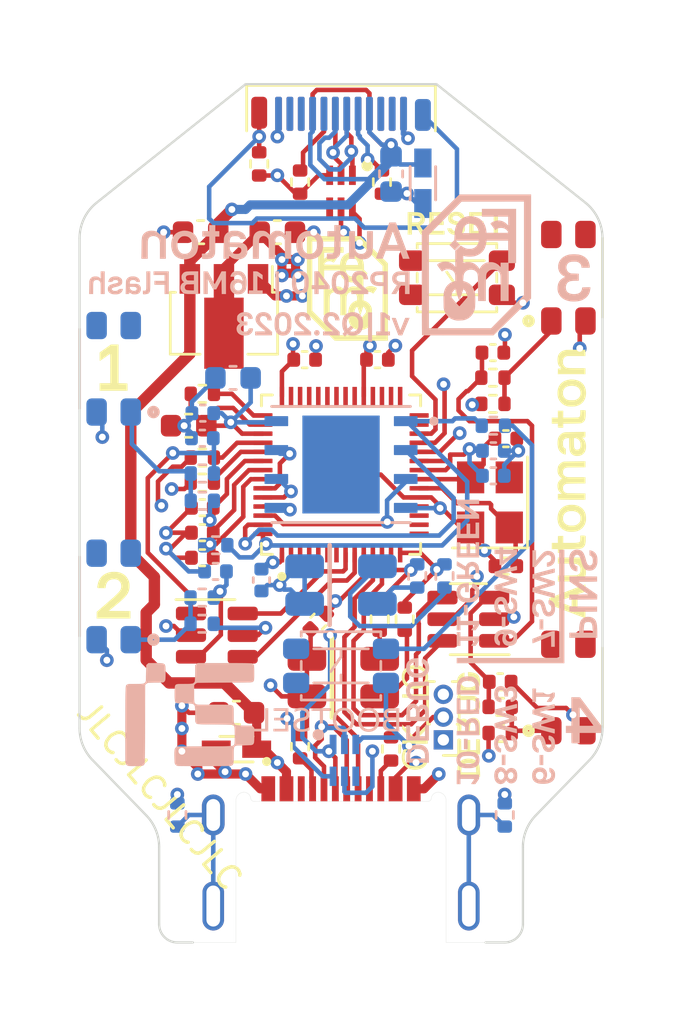
<source format=kicad_pcb>
(kicad_pcb (version 20221018) (generator pcbnew)
  (layers (0 "F.Cu" signal) (1 "In1.Cu" signal) (2 "In2.Cu" signal) (31 "B.Cu" signal) (34 "B.Paste" user) (35 "F.Paste" user) (36 "B.SilkS" user "B.Silkscreen") (37 "F.SilkS" user "F.Silkscreen") (38 "B.Mask" user) (39 "F.Mask" user) (44 "Edge.Cuts" user))
  (net 0 "")
  (net 1 "Net-(BOOTSEL1-Pad1)")
  (net 2 "GND")
  (net 3 "+3V3")
  (net 4 "Vdd")
  (net 5 "Net-(U1-XIN)")
  (net 6 "Net-(U1-XOUT)")
  (net 7 "Net-(C19-Pad1)")
  (net 8 "Net-(C20-Pad1)")
  (net 9 "Net-(C21-Pad1)")
  (net 10 "Net-(C22-Pad1)")
  (net 11 "Net-(D3-A1)")
  (net 12 "Net-(D3-A2)")
  (net 13 "Net-(D4-A1)")
  (net 14 "Net-(D4-A2)")
  (net 15 "Net-(IC1-D_1)")
  (net 16 "Net-(IC1-D_2)")
  (net 18 "D-")
  (net 19 "D+")
  (net 20 "Net-(IC2-D_1)")
  (net 21 "Net-(IC2-D_2)")
  (net 23 "Net-(J1-CC1)")
  (net 25 "Net-(J1-CC2)")
  (net 27 "Net-(J1-SHIELD)")
  (net 28 "Net-(J2-CC1)")
  (net 30 "Net-(J2-CC2)")
  (net 32 "Net-(J2-SHIELD)")
  (net 33 "Net-(U1-~{QSPI_CS})")
  (net 34 "Net-(U1-USB_D-)")
  (net 35 "Net-(U1-USB_D+)")
  (net 36 "Net-(U1-ADC_AVDD)")
  (net 37 "Net-(SW2-A)")
  (net 38 "Net-(SW4-A)")
  (net 39 "Net-(SW3-A)")
  (net 40 "Net-(SW5-A)")
  (net 41 "GPIO10")
  (net 42 "GPIO11")
  (net 43 "Net-(U1-RUN)")
  (net 50 "GPIO6")
  (net 51 "GPIO7")
  (net 52 "GPIO8")
  (net 53 "GPIO9")
  (net 58 "DBUG_SWCLK")
  (net 59 "DBUG_SWDIO")
  (net 74 "Net-(U1-QSPI_SD3)")
  (net 75 "Net-(U1-QSPI_SCLK)")
  (net 76 "Net-(U1-QSPI_SD0)")
  (net 77 "Net-(U1-QSPI_SD2)")
  (net 78 "Net-(U1-QSPI_SD1)")
  (footprint "_graphic:front" (layer "F.Cu") (at 3.8 24.4)
    (fp_text reference "Ref**" hide)
    (fp_text value "Val**" hide)
  )
  (footprint "Capacitor_SMD:C_0402_1005Metric" (layer "F.Cu") (at -6.1 17.3)
    (fp_text reference "C2")
    (fp_text value "100nF" hide)
  )
  (footprint "Resistor_SMD:R_0402_1005Metric" (layer "F.Cu") (at -6.1 12.3)
    (fp_text reference "R8")
    (fp_text value "1" hide)
  )
  (footprint "Capacitor_SMD:C_0402_1005Metric" (layer "F.Cu") (at -1.6 10.8 180)
    (fp_text reference "C5")
    (fp_text value "100nF" hide)
  )
  (footprint "Resistor_SMD:R_0402_1005Metric" (layer "F.Cu") (at 6.68 12.74)
    (fp_text reference "R13")
    (fp_text value "10k" hide)
  )
  (footprint "Capacitor_SMD:C_0603_1608Metric" (layer "F.Cu") (at -2.8 5.2)
    (fp_text reference "C18")
    (fp_text value "10uF" hide)
  )
  (footprint "Crystal:Crystal_SMD_3225-4Pin_3.2x2.5mm" (layer "F.Cu") (at 6.55 17.07 90)
    (fp_text reference "Y1")
    (fp_text value "Crystal_GND24_Small" hide)
  )
  (footprint "_chips:MK_RP2040" (layer "F.Cu") (at 0 15.85 90)
    (fp_text reference "U1")
    (fp_text value "RP2040" hide)
  )
  (footprint "Resistor_SMD:R_0402_1005Metric" (layer "F.Cu") (at -3.6 2.2 -90)
    (fp_text reference "R5")
    (fp_text value "1M" hide)
  )
  (footprint "_buttons:SW_SMD_KLS7-TS5401" (layer "F.Cu") (at 10 7.2 90)
    (fp_text reference "SW4" hide)
    (fp_text value "SW_SPST" hide)
  )
  (footprint "Resistor_SMD:R_0402_1005Metric" (layer "F.Cu") (at 2.2 27.9 90)
    (fp_text reference "R9")
    (fp_text value "5.1k" hide)
  )
  (footprint "Connector_PinHeader_1.00mm:PinHeader_1x03_P1.00mm_Vertical" (layer "F.Cu") (at 4.5 27.5 180)
    (fp_text reference "J3")
    (fp_text value "DEBUG" hide)
  )
  (footprint "Capacitor_SMD:C_0603_1608Metric" (layer "F.Cu") (at -6.175 5.2 180)
    (fp_text reference "C17")
    (fp_text value "10uF" hide)
  )
  (footprint "_usb:XKB_TYPE-C-U261-241N-4BS60" (layer "F.Cu") (at 0 0)
    (fp_text reference "J1" hide)
    (fp_text value "USB_C_Receptacle_USB2.0" hide)
  )
  (footprint "Resistor_SMD:R_0402_1005Metric" (layer "F.Cu") (at 1.8 3 -90)
    (fp_text reference "R2")
    (fp_text value "5.1k" hide)
  )
  (footprint "Resistor_SMD:R_0402_1005Metric" (layer "F.Cu") (at -1.8 3 -90)
    (fp_text reference "R3")
    (fp_text value "5.1k" hide)
  )
  (footprint "_usb:GCT_TYPE-C-USB4505-03-0-A" (layer "F.Cu") (at 0 34.8)
    (fp_text reference "J2")
    (fp_text value "USB_C_Receptacle_USB2.0" hide)
    (fp_line (start -6.52 1.6) (end -4.62 1.6) (stroke (width 0.01)) (layer "Edge.Cuts"))
    (fp_line (start -4.62 1.6) (end -4.62 -4.6) (stroke (width 0.01)) (layer "Edge.Cuts"))
    (fp_line (start -3.82 -4.6) (end 3.82 -4.6) (stroke (width 0.01)) (layer "Edge.Cuts"))
    (fp_line (start 4.62 -4.6) (end 4.62 1.6) (stroke (width 0.01)) (layer "Edge.Cuts"))
    (fp_line (start 4.62 1.6) (end 6.36 1.6) (stroke (width 0.01)) (layer "Edge.Cuts"))
    (fp_arc (start -4.62 -4.6) (mid -4.540343 -4.86731) (end -4.295 -5) (stroke (width 0.01)) (layer "Edge.Cuts"))
    (fp_arc (start -4.295 -5) (mid -4.07451 -4.92731) (end -3.97 -4.72) (stroke (width 0.01)) (layer "Edge.Cuts"))
    (fp_arc (start -3.82 -4.6) (mid -3.919853 -4.628934) (end -3.97 -4.72) (stroke (width 0.01)) (layer "Edge.Cuts"))
    (fp_arc (start 3.97 -4.72) (mid 3.919853 -4.628934) (end 3.82 -4.6) (stroke (width 0.01)) (layer "Edge.Cuts"))
    (fp_arc (start 3.97 -4.72) (mid 4.07451 -4.92731) (end 4.295 -5) (stroke (width 0.01)) (layer "Edge.Cuts"))
    (fp_arc (start 4.295 -5) (mid 4.540343 -4.86731) (end 4.62 -4.6) (stroke (width 0.01)) (layer "Edge.Cuts"))
  )
  (footprint "Capacitor_SMD:C_0603_1608Metric" (layer "F.Cu") (at -6.7 13.7)
    (fp_text reference "C10")
    (fp_text value "1uF" hide)
  )
  (footprint "Resistor_SMD:R_0402_1005Metric" (layer "F.Cu") (at 1.7 22.2 -90)
    (fp_text reference "R20")
    (fp_text value "470" hide)
  )
  (footprint "_graphic:back" (layer "F.Cu") (at 4.7 26.9)
    (fp_text reference "Ref**" hide)
    (fp_text value "Val**" hide)
  )
  (footprint "Resistor_SMD:R_0402_1005Metric" (layer "F.Cu") (at 6.68 11.59)
    (fp_text reference "R15")
    (fp_text value "10k" hide)
  )
  (footprint "Capacitor_SMD:C_0402_1005Metric" (layer "F.Cu") (at 7.25 14.27 180)
    (fp_text reference "C15")
    (fp_text value "30pF" hide)
  )
  (footprint "Resistor_SMD:R_0402_1005Metric" (layer "F.Cu") (at -1.8 27.8 90)
    (fp_text reference "R10")
    (fp_text value "5.1k" hide)
  )
  (footprint "Resistor_SMD:R_0402_1005Metric" (layer "F.Cu") (at -6.1 15.1 180)
    (fp_text reference "R6")
    (fp_text value "27.4" hide)
  )
  (footprint "_buttons:SW_SMD_XKB_(TS-1809SM-C)" (layer "F.Cu") (at 5.1 7.2 180)
    (fp_text reference "SW1")
    (fp_text value "SW_Push" hide)
  )
  (footprint "_buttons:SW_SMD_KLS7-TS5401" (layer "F.Cu") (at 10 25.2 90)
    (fp_text reference "SW5" hide)
    (fp_text value "SW_SPST" hide)
  )
  (footprint "Capacitor_SMD:C_0402_1005Metric" (layer "F.Cu") (at 6.68 10.49)
    (fp_text reference "C21")
    (fp_text value "100nF" hide)
  )
  (footprint "_chips:ESD_ECMF02-2AMX6" (layer "F.Cu") (at 0 3.4 -90)
    (fp_text reference "IC1")
    (fp_text value "ECMF02-2AMX6" hide)
  )
  (footprint "Package_TO_SOT_SMD:SOT-23-6" (layer "F.Cu") (at 5.6 22.2 180)
    (fp_text reference "U4")
    (fp_text value "SN74LVC1G17" hide)
  )
  (footprint "Resistor_SMD:R_0402_1005Metric" (layer "F.Cu") (at 7 26.05)
    (fp_text reference "R19")
    (fp_text value "10k" hide)
  )
  (footprint "Capacitor_SMD:C_0402_1005Metric" (layer "F.Cu") (at -6.1 18.4)
    (fp_text reference "C8")
    (fp_text value "100nF" hide)
  )
  (footprint "Capacitor_SMD:C_0402_1005Metric" (layer "F.Cu") (at -6.1 19.5)
    (fp_text reference "C3")
    (fp_text value "100nF" hide)
  )
  (footprint "Resistor_SMD:R_0402_1005Metric" (layer "F.Cu") (at -6.1 16.2 180)
    (fp_text reference "R7")
    (fp_text value "27.4" hide)
  )
  (footprint "_basic:ESD_PGB1010603MR" (layer "F.Cu") (at -4.6 27.91)
    (fp_text reference "D2")
    (fp_text value "D_TVS" hide)
  )
  (footprint "Capacitor_SMD:C_0402_1005Metric" (layer "F.Cu") (at 7.25 19.87)
    (fp_text reference "C14")
    (fp_text value "30pF" hide)
  )
  (footprint "_led:LED_RG_KPB-3025" (layer "F.Cu") (at 0.1 24.765)
    (fp_text reference "D3")
    (fp_text value "LED_Dual_AKAK" hide)
  )
  (footprint "Resistor_SMD:R_0402_1005Metric" (layer "F.Cu") (at 7 27.2)
    (fp_text reference "R17")
    (fp_text value "10k" hide)
  )
  (footprint "Resistor_SMD:R_0402_1005Metric" (layer "F.Cu") (at 2.8 22.2 -90)
    (fp_text reference "R21")
    (fp_text value "470" hide)
  )
  (footprint "Capacitor_SMD:C_0402_1005Metric" (layer "F.Cu") (at 7 24.95)
    (fp_text reference "C22")
    (fp_text value "100nF" hide)
  )
  (footprint "Capacitor_SMD:C_0402_1005Metric" (layer "F.Cu") (at -1 22.3 45)
    (fp_text reference "C7")
    (fp_text value "100nF" hide)
  )
  (footprint "Package_TO_SOT_SMD:SOT-23-6" (layer "F.Cu") (at -5.4625 22.9)
    (fp_text reference "U3")
    (fp_text value "SN74LVC1G17" hide)
  )
  (footprint "Capacitor_SMD:C_0603_1608Metric" (layer "F.Cu") (at -4.6 26.31 180)
    (fp_text reference "C16")
    (fp_text value "10uF" hide)
  )
  (footprint "Package_TO_SOT_SMD:SOT-89-3" (layer "F.Cu") (at -5.15 9.2 -90)
    (fp_text reference "U5")
    (fp_text value "AMS1117-3.3" hide)
  )
  (footprint "Capacitor_SMD:C_0402_1005Metric" (layer "F.Cu") (at 1.6 10.8 180)
    (fp_text reference "C4")
    (fp_text value "100nF" hide)
  )
  (footprint "Resistor_SMD:R_0402_1005Metric" (layer "B.Cu") (at 3.35 20.3 -90)
    (fp_text reference "R22")
    (fp_text value "470" hide)
  )
  (footprint "Capacitor_SMD:C_0402_1005Metric" (layer "B.Cu") (at -6.1 14.25 180)
    (fp_text reference "C19")
    (fp_text value "100nF" hide)
  )
  (footprint "Resistor_SMD:R_0402_1005Metric" (layer "B.Cu") (at -6.11 21.25 180)
    (fp_text reference "R18")
    (fp_text value "10k" hide)
  )
  (footprint "Resistor_SMD:R_0402_1005Metric" (layer "B.Cu") (at -6.1 15.8 180)
    (fp_text reference "R14")
    (fp_text value "10k" hide)
  )
  (footprint "Capacitor_SMD:C_0402_1005Metric" (layer "B.Cu") (at -6.08 13.15 180)
    (fp_text reference "C1")
    (fp_text value "100nF" hide)
  )
  (footprint "Resistor_SMD:R_0402_1005Metric" (layer "B.Cu") (at -6.1 17 180)
    (fp_text reference "R12")
    (fp_text value "10k" hide)
  )
  (footprint "Resistor_SMD:R_0402_1005Metric" (layer "B.Cu") (at 6.7 13.7 180)
    (fp_text reference "R4")
    (fp_text value "1k" hide)
  )
  (footprint "Resistor_SMD:R_0402_1005Metric" (layer "B.Cu") (at -5.51 18.95 180)
    (fp_text reference "R1")
    (fp_text value "10k DNP" hide)
  )
  (footprint "_led:LED_RG_KPB-3025" (layer "B.Cu") (at 0 20.7)
    (fp_text reference "D4")
    (fp_text value "LED_Dual_AKAK" hide)
  )
  (footprint "Capacitor_SMD:C_0603_1608Metric" (layer "B.Cu") (at -4.75 11.6)
    (fp_text reference "C13")
    (fp_text value "10uF" hide)
  )
  (footprint "Resistor_SMD:R_0402_1005Metric" (layer "B.Cu") (at -6.11 22.4 180)
    (fp_text reference "R16")
    (fp_text value "10k" hide)
  )
  (footprint "Capacitor_SMD:C_0603_1608Metric" (layer "B.Cu") (at 2.2 2.64 -90)
    (fp_text reference "C9")
    (fp_text value "10uF" hide)
  )
  (footprint "_buttons:SW_SMD_KLS7-TS5401" (layer "B.Cu") (at -10 11.2 90)
    (fp_text reference "SW2" hide)
    (fp_text value "SW_SPST" hide)
  )
  (footprint "Capacitor_SMD:C_0402_1005Metric" (layer "B.Cu") (at 6.7 15.9 180)
    (fp_text reference "C6")
    (fp_text value "100nF" hide)
  )
  (footprint "Resistor_SMD:R_0402_1005Metric" (layer "B.Cu") (at 7.2 30.8 90)
    (fp_text reference "R11")
    (fp_text value "1M" hide)
  )
  (footprint "Resistor_SMD:R_0402_1005Metric" (layer "B.Cu") (at -7.2 30.8 90)
    (fp_text reference "R11")
    (fp_text value "1M" hide)
  )
  (footprint "_chips:FLASH_W25Q128JVPIQ" (layer "B.Cu") (at 0 15.405 180)
    (fp_text reference "U2")
    (fp_text value "W25Q128JVPIQ" hide)
  )
  (footprint "_buttons:SW_SMD_XKB_(TS-1809SM-C)" (layer "B.Cu") (at 0 24.25 180)
    (fp_text reference "BOOTSEL1")
    (fp_text value "BOOTSEL" hide)
  )
  (footprint "Capacitor_SMD:C_0402_1005Metric" (layer "B.Cu") (at -5.52 20.1 180)
    (fp_text reference "C20")
    (fp_text value "100nF" hide)
  )
  (footprint "_chips:ESD_ECMF02-2AMX6" (layer "B.Cu") (at 0.15 28.4 -90)
    (fp_text reference "IC2")
    (fp_text value "ECMF02-2AMX6" hide)
  )
  (footprint "_buttons:SW_SMD_KLS7-TS5401" (layer "B.Cu") (at -10 21.2 90)
    (fp_text reference "SW3" hide)
    (fp_text value "SW_SPST" hide)
  )
  (footprint "Capacitor_SMD:C_0402_1005Metric" (layer "B.Cu") (at 6.7 14.8 180)
    (fp_text reference "C11")
    (fp_text value "100nF" hide)
  )
  (footprint "_basic:ESD_PGB1010603MR" (layer "B.Cu") (at 3.6 3.05 90)
    (fp_text reference "D1")
    (fp_text value "D_TVS" hide)
  )
  (footprint "Resistor_SMD:R_0402_1005Metric" (layer "B.Cu") (at 4.55 20.3 -90)
    (fp_text reference "R23")
    (fp_text value "470" hide)
  )
  (footprint "Capacitor_SMD:C_0402_1005Metric" (layer "B.Cu") (at -3.5 20.48 90)
    (fp_text reference "C12")
    (fp_text value "100nF" hide)
  )
  (gr_line (start -7.180006 36.39975) (end -6.52 36.4) (stroke (width 0.1)) (layer "Edge.Cuts"))
  (gr_line (start 10.744151 3.899463) (end 4.2 -1.3) (stroke (width 0.1)) (layer "Edge.Cuts"))
  (gr_line (start 11.5 26.988025) (end 11.5 5.465377) (stroke (width 0.1)) (layer "Edge.Cuts"))
  (gr_line (start -10.744151 3.899463) (end -4.2 -1.3) (stroke (width 0.1)) (layer "Edge.Cuts"))
  (gr_arc (start 8 35.6) (mid 7.758572 36.172711) (end 7.180006 36.39975) (stroke (width 0.1)) (layer "Edge.Cuts"))
  (gr_arc (start -7.180006 36.39975) (mid -7.758572 36.172711) (end -8 35.6) (stroke (width 0.1)) (layer "Edge.Cuts"))
  (gr_arc (start 10.744151 3.899463) (mid 11.301152 4.595982) (end 11.5 5.465377) (stroke (width 0.1)) (layer "Edge.Cuts"))
  (gr_line (start -8 35.6) (end -8 32.211975) (stroke (width 0.1)) (layer "Edge.Cuts"))
  (gr_line (start -11.5 5.465377) (end -11.5 26.988025) (stroke (width 0.1)) (layer "Edge.Cuts"))
  (gr_line (start -8.56601 30.817818) (end -10.93399 28.382182) (stroke (width 0.1)) (layer "Edge.Cuts"))
  (gr_arc (start -11.5 5.465377) (mid -11.301152 4.595982) (end -10.744151 3.899463) (stroke (width 0.1)) (layer "Edge.Cuts"))
  (gr_arc (start 8 32.211975) (mid 8.146897 31.459639) (end 8.56601 30.817818) (stroke (width 0.1)) (layer "Edge.Cuts"))
  (gr_arc (start -8.56601 30.817818) (mid -8.146897 31.459638) (end -8 32.211975) (stroke (width 0.1)) (layer "Edge.Cuts"))
  (gr_line (start 8 35.6) (end 8 32.211975) (stroke (width 0.1)) (layer "Edge.Cuts"))
  (gr_line (start 8.56601 30.817818) (end 10.93399 28.382182) (stroke (width 0.1)) (layer "Edge.Cuts"))
  (gr_line (start 4.2 -1.3) (end -4.2 -1.3) (stroke (width 0.1)) (layer "Edge.Cuts"))
  (gr_arc (start 11.5 26.988025) (mid 11.353103 27.740361) (end 10.93399 28.382182) (stroke (width 0.1)) (layer "Edge.Cuts"))
  (gr_arc (start -10.93399 28.382182) (mid -11.353103 27.740362) (end -11.5 26.988025) (stroke (width 0.1)) (layer "Edge.Cuts"))
  (gr_line (start 6.36 36.4) (end 7.180006 36.39975) (stroke (width 0.1)) (layer "Edge.Cuts"))
  (gr_text "BOOTSEL" (at 2.7 27.3) (layer "B.SilkS") (effects (font (size 1 1) (thickness 0.153)) (justify left bottom mirror)))
  (gr_text "IO" (at 4 25.8 90) (layer "F.SilkS") (effects (font (size 1.1 1.1) (thickness 0.153)) (justify left bottom)))
  (gr_text "JLCJLCJLCJLC" (at -11.8 26.3 310) (layer "F.SilkS") (effects (font (size 1 1) (thickness 0.153)) (justify left bottom)))
  (gr_text "CK" (at 4 28.9 90) (layer "F.SilkS") (effects (font (size 1.1 1.1) (thickness 0.153)) (justify left bottom)))
  (segment (start 7.548529 13.7) (end 8.4 14.551471) (width 0.2) (layer "B.Cu") (net 1))
  (segment (start 3.648529 23.5) (end 1.975 23.5) (width 0.2) (layer "B.Cu") (net 1))
  (segment (start 8.4 14.551471) (end 8.4 18.748529) (width 0.2) (layer "B.Cu") (net 1))
  (segment (start 8.4 18.748529) (end 3.648529 23.5) (width 0.2) (layer "B.Cu") (net 1))
  (segment (start 7.21 13.7) (end 7.548529 13.7) (width 0.2) (layer "B.Cu") (net 1))
  (segment (start -2.4 8) (end -1.7 8) (width 0.4) (layer "F.Cu") (net 2))
  (segment (start 2.60992 27.39) (end 2.2 27.39) (width 0.2) (layer "F.Cu") (net 2))
  (segment (start -5.1 28.9) (end -5.2 29) (width 0.4) (layer "F.Cu") (net 2))
  (segment (start -2.61 25.59) (end -3.1 25.1) (width 0.2) (layer "F.Cu") (net 2))
  (segment (start -7 28) (end -7 27) (width 0.4) (layer "F.Cu") (net 2))
  (segment (start -7.475 13.7) (end -6.9 13.7) (width 0.2) (layer "F.Cu") (net 2))
  (segment (start 3.65 29.65) (end 3.2 29.65) (width 0.4) (layer "F.Cu") (net 2))
  (segment (start -3.6 2.71) (end -2.81 2.71) (width 0.2) (layer "F.Cu") (net 2))
  (segment (start 8.63 26.1) (end 7.48 24.95) (width 0.2) (layer "F.Cu") (net 2))
  (segment (start 4.3545 17.321236) (end 4.3545 17.236952) (width 0.2) (layer "F.Cu") (net 2))
  (segment (start -7.2995 19.5) (end -6.58 19.5) (width 0.2) (layer "F.Cu") (net 2))
  (segment (start 10.5 9.35) (end 10.75 9.1) (width 0.2) (layer "F.Cu") (net 2))
  (segment (start 2.94706 1.074626) (end 2.75 0.877566) (width 0.2) (layer "F.Cu") (net 2))
  (segment (start -2.9 8) (end -3.65 7.25) (width 0.4) (layer "F.Cu") (net 2))
  (segment (start -7 27) (end -7 26) (width 0.4) (layer "F.Cu") (net 2))
  (segment (start -2.4 8) (end -2.9 8) (width 0.4) (layer "F.Cu") (net 2))
  (segment (start -4.2 29) (end -5 29) (width 0.4) (layer "F.Cu") (net 2))
  (segment (start -3.55 29.65) (end -3.2 29.65) (width 0.4) (layer "F.Cu") (net 2))
  (segment (start -1.12 10.22) (end -1.12 10.8) (width 0.2) (layer "F.Cu") (net 2))
  (segment (start -6.58 18.4) (end -6.8 18.4) (width 0.2) (layer "F.Cu") (net 2))
  (segment (start -6.948896 22.9) (end -6.6 22.9) (width 0.2) (layer "F.Cu") (net 2))
  (segment (start -5.375 26.31) (end -6.69 26.31) (width 0.2) (layer "F.Cu") (net 2))
  (segment (start -5.1 28.9) (end -5.49 28.51) (width 0.4) (layer "F.Cu") (net 2))
  (segment (start -7.5 19.1) (end -6.8 18.4) (width 0.2) (layer "F.Cu") (net 2))
  (segment (start 10.2 26.55) (end 10.75 27.1) (width 0.2) (layer "F.Cu") (net 2))
  (segment (start -7.6995 18.406374) (end -7.693126 18.4) (width 0.2) (layer "F.Cu") (net 2))
  (segment (start -1.2 5.2) (end -2.025 5.2) (width 0.2) (layer "F.Cu") (net 2))
  (segment (start 5.217548 18.1) (end 4.438784 17.321236) (width 0.2) (layer "F.Cu") (net 2))
  (segment (start -1.99 3.51) (end -2.8 2.7) (width 0.2) (layer "F.Cu") (net 2))
  (segment (start 7.425 8.3) (end 7.075 7.95) (width 0.2) (layer "F.Cu") (net 2))
  (segment (start 8 8.3) (end 7.425 8.3) (width 0.2) (layer "F.Cu") (net 2))
  (segment (start -1.1 10.2) (end -1.12 10.22) (width 0.2) (layer "F.Cu") (net 2))
  (segment (start -7.6995 19.1) (end -7.2995 19.5) (width 0.2) (layer "F.Cu") (net 2))
  (segment (start 4.05 26.5) (end 4.5 26.5) (width 0.2) (layer "F.Cu") (net 2))
  (segment (start -7.698911 22.5005) (end -7.348396 22.5005) (width 0.2) (layer "F.Cu") (net 2))
  (segment (start 2.08 10.49) (end 2.08 10.8) (width 0.2) (layer "F.Cu") (net 2))
  (segment (start -2.75 0.95) (end -2.8 1) (width 0.2) (layer "F.Cu") (net 2))
  (segment (start 6.31 19.18) (end 5.7 18.57) (width 0.2) (layer "F.Cu") (net 2))
  (segment (start -1.8 3.51) (end -1.99 3.51) (width 0.2) (layer "F.Cu") (net 2))
  (segment (start -4.2 29) (end -3.55 29.65) (width 0.4) (layer "F.Cu") (net 2))
  (segment (start 2.75 16.85) (end 3.435 16.85) (width 0.2) (layer "F.Cu") (net 2))
  (segment (start -1.5 26.99) (end -1.8 27.29) (width 0.2) (layer "F.Cu") (net 2))
  (segment (start -6.3 29) (end -6.3 28.7) (width 0.4) (layer "F.Cu") (net 2))
  (segment (start -7.348396 22.5005) (end -6.948896 22.9) (width 0.2) (layer "F.Cu") (net 2))
  (segment (start -2.81 2.71) (end -2.8 2.7) (width 0.2) (layer "F.Cu") (net 2))
  (segment (start 10.2 26.4) (end 10.2 26.55) (width 0.2) (layer "F.Cu") (net 2))
  (segment (start 7.21 10.44) (end 7.16 10.49) (width 0.2) (layer "F.Cu") (net 2))
  (segment (start 7.4 15.2) (end 7.8 14.8) (width 0.2) (layer "F.Cu") (net 2))
  (segment (start -1.5 25.59) (end -2.61 25.59) (width 0.2) (layer "F.Cu") (net 2))
  (segment (start 3.967548 16.85) (end 3.435 16.85) (width 0.2) (layer "F.Cu") (net 2))
  (segment (start 0 15.85) (end 1.75 15.85) (width 0.2) (layer "F.Cu") (net 2))
  (segment (start 5.7 18.57) (end 5.7 18.1) (width 0.2) (layer "F.Cu") (net 2))
  (segment (start 4.3 29) (end 3.65 29.65) (width 0.4) (layer "F.Cu") (net 2))
  (segment (start -1.5 25.59) (end -1.5 23.94) (width 0.2) (layer "F.Cu") (net 2))
  (segment (start 1.8 3.51) (end 2.89 3.51) (width 0.2) (layer "F.Cu") (net 2))
  (segment (start 1.75 15.85) (end 2.75 16.85) (width 0.2) (layer "F.Cu") (net 2))
  (segment (start 2.89 3.51) (end 2.9 3.5) (width 0.2) (layer "F.Cu") (net 2))
  (segment (start -7.686374 18.406374) (end -6.58 17.3) (width 0.2) (layer "F.Cu") (net 2))
  (segment (start 7.6 22.1) (end 6.8375 22.1) (width 0.2) (layer "F.Cu") (net 2))
  (segment (start 7.21 9.7) (end 7.21 10.44) (width 0.2) (layer "F.Cu") (net 2))
  (segment (start 2.75 0.877566) (end 2.75 0) (width 0.2) (layer "F.Cu") (net 2))
  (segment (start 2.985061 27.765141) (end 2.985061 27.564939) (width 0.2) (layer "F.Cu") (net 2))
  (segment (start -2.75 0) (end -2.75 0.95) (width 0.2) (layer "F.Cu") (net 2))
  (segment (start 6.72 19.59) (end 6.31 19.18) (width 0.2) (layer "F.Cu") (net 2))
  (segment (start 10.5 10.3) (end 10.5 9.35) (width 0.2) (layer "F.Cu") (net 2))
  (segment (start -6.69 26.31) (end -7 26) (width 0.2) (layer "F.Cu") (net 2))
  (segment (start 2.39 10.18) (end 2.08 10.49) (width 0.2) (layer "F.Cu") (net 2))
  (segment (start -5.49 28.51) (end -5.49 27.91) (width 0.4) (layer "F.Cu") (net 2))
  (segment (start -1.339411 22.639411) (end -1.339411 23.779411) (width 0.2) (layer "F.Cu") (net 2))
  (segment (start 7.8 14.8) (end 7.8 14.32) (width 0.2) (layer "F.Cu") (net 2))
  (segment (start -0.5 2.7) (end -0.99 2.7) (width 0.2) (layer "F.Cu") (net 2))
  (segment (start -6.3 28.7) (end -7 28) (width 0.4) (layer "F.Cu") (net 2))
  (segment (start 2.985061 27.564939) (end 4.05 26.5) (width 0.2) (layer "F.Cu") (net 2))
  (segment (start -7.6995 19.1) (end -7.5 19.1) (width 0.2) (layer "F.Cu") (net 2))
  (segment (start -1.5 25.59) (end -1.5 26.99) (width 0.2) (layer "F.Cu") (net 2))
  (segment (start 4.438784 17.321236) (end 4.3545 17.321236) (width 0.2) (layer "F.Cu") (net 2))
  (segment (start 6.72 19.8) (end 6.72 19.59) (width 0.2) (layer "F.Cu") (net 2))
  (segment (start -7.693126 18.4) (end -6.8 18.4) (width 0.2) (layer "F.Cu") (net 2))
  (segment (start 7.4 15.97) (end 7.4 15.2) (width 0.2) (layer "F.Cu") (net 2))
  (segment (start 2.985061 27.765141) (end 2.60992 27.39) (width 0.2) (layer "F.Cu") (net 2))
  (segment (start 6.8375 22.1) (end 6.7375 22.2) (width 0.2) (layer "F.Cu") (net 2))
  (segment (start -5 29) (end -5.1 28.9) (width 0.4) (layer "F.Cu") (net 2))
  (segment (start -5.2 29) (end -6.3 29) (width 0.4) (layer "F.Cu") (net 2))
  (segment (start 5.7 18.1) (end 5.217548 18.1) (width 0.2) (layer "F.Cu") (net 2))
  (segment (start -6.95 5.2) (end -7.8 5.2) (width 0.2) (layer "F.Cu") (net 2))
  (segment (start -7.6995 18.406374) (end -7.686374 18.406374) (width 0.2) (layer "F.Cu") (net 2))
  (segment (start 7.8 14.32) (end 7.68 14.2) (width 0.2) (layer "F.Cu") (net 2))
  (segment (start -1.339411 23.779411) (end -1.5 23.94) (width 0.2) (layer "F.Cu") (net 2))
  (segment (start -0.99 2.7) (end -1.8 3.51) (width 0.2) (layer "F.Cu") (net 2))
  (segment (start 9.9 26.1) (end 8.63 26.1) (width 0.2) (layer "F.Cu") (net 2))
  (segment (start 10.2 26.4) (end 9.9 26.1) (width 0.2) (layer "F.Cu") (net 2))
  (segment (start 4.3545 17.236952) (end 3.967548 16.85) (width 0.2) (layer "F.Cu") (net 2))
  (via (at -5.1 28.9) (size 0.6) (drill 0.3) (layers "F.Cu" "B.Cu") (net 2))
  (via (at -7.698911 22.5005) (size 0.6) (drill 0.3) (layers "F.Cu" "B.Cu") (net 2))
  (via (at 7.6 22.1) (size 0.6) (drill 0.3) (layers "F.Cu" "B.Cu") (net 2))
  (via (at -2.8 2.7) (size 0.6) (drill 0.3) (layers "F.Cu" "B.Cu") (net 2))
  (via (at -2.7 20.7) (size 0.6) (drill 0.3) (layers "F.Cu" "B.Cu") (net 2))
  (via (at -10.3 24) (size 0.6) (drill 0.3) (layers "F.Cu" "B.Cu") (net 2))
  (via (at -7 28) (size 0.6) (drill 0.3) (layers "F.Cu" "B.Cu") (net 2))
  (via (at 2.9 3.5) (size 0.6) (drill 0.3) (layers "F.Cu" "B.Cu") (net 2))
  (via (at -7.2 29.9) (size 0.6) (drill 0.3) (layers "F.Cu" "B.Cu") (net 2))
  (via (at -1.7 8) (size 0.6) (drill 0.3) (layers "F.Cu" "B.Cu") (net 2))
  (via (at -7 27) (size 0.6) (drill 0.3) (layers "F.Cu" "B.Cu") (net 2))
  (via (at -6.3 29) (size 0.6) (drill 0.3) (layers "F.Cu" "B.Cu") (net 2))
  (via (at 7.8 14.8) (size 0.6) (drill 0.3) (layers "F.Cu" "B.Cu") (net 2))
  (via (at 7.2 29.9) (size 0.6) (drill 0.3) (layers "F.Cu" "B.Cu") (net 2))
  (via (at 8 8.3) (size 0.6) (drill 0.3) (layers "F.Cu" "B.Cu") (net 2))
  (via (at -2.4 8) (size 0.6) (drill 0.3) (layers "F.Cu" "B.Cu") (net 2))
  (via (at -7.8 5.2) (size 0.6) (drill 0.3) (layers "F.Cu" "B.Cu") (net 2))
  (via (at -1.1 10.2) (size 0.6) (drill 0.3) (layers "F.Cu" "B.Cu") (net 2))
  (via (at 10.2 26.4) (size 0.6) (drill 0.3) (layers "F.Cu" "B.Cu") (net 2))
  (via (at 7.21 9.7) (size 0.6) (drill 0.3) (layers "F.Cu" "B.Cu") (net 2))
  (via (at 4.3545 17.321236) (size 0.6) (drill 0.3) (layers "F.Cu" "B.Cu") (net 2))
  (via (at -4.2 29) (size 0.6) (drill 0.3) (layers "F.Cu" "B.Cu") (net 2))
  (via (at -6.9 13.7) (size 0.6) (drill 0.3) (layers "F.Cu" "B.Cu") (net 2))
  (via (at -7.6995 19.1) (size 0.6) (drill 0.3) (layers "F.Cu" "B.Cu") (net 2))
  (via (at -1.2 5.2) (size 0.6) (drill 0.3) (layers "F.Cu" "B.Cu") (net 2))
  (via (at -10.5 14.2) (size 0.6) (drill 0.3) (layers "F.Cu" "B.Cu") (net 2))
  (via (at -7.6995 18.406374) (size 0.6) (drill 0.3) (layers "F.Cu" "B.Cu") (net 2))
  (via (at -2.8 1) (size 0.6) (drill 0.3) (layers "F.Cu" "B.Cu") (net 2))
  (via (at -3.1 25.1) (size 0.6) (drill 0.3) (layers "F.Cu" "B.Cu") (net 2))
  (via (at 2.39 10.18) (size 0.6) (drill 0.3) (layers "F.Cu" "B.Cu") (net 2))
  (via (at 2.985061 27.765141) (size 0.6) (drill 0.3) (layers "F.Cu" "B.Cu") (net 2))
  (via (at 4.3 29) (size 0.6) (drill 0.3) (layers "F.Cu" "B.Cu") (net 2))
  (via (at 10.5 10.3) (size 0.6) (drill 0.3) (layers "F.Cu" "B.Cu") (net 2))
  (via (at -7 26) (size 0.6) (drill 0.3) (layers "F.Cu" "B.Cu") (net 2))
  (via (at 6.31 19.18) (size 0.6) (drill 0.3) (layers "F.Cu" "B.Cu") (net 2))
  (via (at 2.94706 1.074626) (size 0.6) (drill 0.3) (layers "F.Cu" "B.Cu") (net 2))
  (segment (start 0.95 27.4) (end 0.65 27.7) (width 0.2) (layer "B.Cu") (net 2))
  (segment (start -10.5 13.35) (end -10.75 13.1) (width 0.2) (layer "B.Cu") (net 2))
  (segment (start -2.7 20.7) (end -2.5 20.9) (width 0.2) (layer "B.Cu") (net 2))
  (segment (start -2.75 0) (end -2.75 0.95) (width 0.25) (layer "B.Cu") (net 2))
  (segment (start 3.6 3.89) (end 3.29 3.89) (width 0.2) (layer "B.Cu") (net 2))
  (segment (start 2.985061 27.765141) (end 1.975 26.75508) (width 0.2) (layer "B.Cu") (net 2))
  (segment (start -2.75 0.95) (end -2.8 1) (width 0.2) (layer "B.Cu") (net 2))
  (segment (start -1.6 21.525) (end -1.6 19.875) (width 0.2) (layer "B.Cu") (net 2))
  (segment (start -10.5 14.2) (end -10.5 13.35) (width 0.2) (layer "B.Cu") (net 2))
  (segment (start -2.7 20.7) (end -3.24 20.7) (width 0.2) (layer "B.Cu") (net 2))
  (segment (start -6.56 12.66) (end -6.56 13.15) (width 0.2) (layer "B.Cu") (net 2))
  (segment (start -6.58 14.25) (end -6.58 14.02) (width 0.2) (layer "B.Cu") (net 2))
  (segment (start 7.8 14.8) (end 7.18 15.42) (width 0.2) (layer "B.Cu") (net 2))
  (segment (start 2.61992 27.4) (end 0.95 27.4) (width 0.2) (layer "B.Cu") (net 2))
  (segment (start -2.225 20.9) (end -1.6 21.525) (width 0.2) (layer "B.Cu") (net 2))
  (segment (start -10.3 23.55) (end -10.75 23.1) (width 0.2) (layer "B.Cu") (net 2))
  (segment (start -6.58 14.02) (end -6.9 13.7) (width 0.2) (layer "B.Cu") (net 2))
  (segment (start 2.94706 1.074626) (end 2.75 0.877566) (width 0.25) (layer "B.Cu") (net 2))
  (segment (start 2.856236 17.321236) (end 2.845 17.31) (width 0.2) (layer "B.Cu") (net 2))
  (segment (start 2.75 0.877566) (end 2.75 0) (width 0.25) (layer "B.Cu") (net 2))
  (segment (start -6.56 13.36) (end -6.9 13.7) (width 0.2) (layer "B.Cu") (net 2))
  (segment (start -1.6 19.875) (end -1.875 19.875) (width 0.2) (layer "B.Cu") (net 2))
  (segment (start 2.985061 27.765141) (end 2.61992 27.4) (width 0.2) (layer "B.Cu") (net 2))
  (segment (start -3.24 20.7) (end -3.5 20.96) (width 0.2) (layer "B.Cu") (net 2))
  (segment (start 1.975 26.75508) (end 1.975 25) (width 0.2) (layer "B.Cu") (net 2))
  (segment (start -5.525 11.6) (end -5.525 11.625) (width 0.2) (layer "B.Cu") (net 2))
  (segment (start -2.5 20.9) (end -2.225 20.9) (width 0.2) (layer "B.Cu") (net 2))
  (segment (start 3.29 3.89) (end 2.9 3.5) (width 0.2) (layer "B.Cu") (net 2))
  (segment (start -10.3 24) (end -10.3 23.55) (width 0.2) (layer "B.Cu") (net 2))
  (segment (start 4.3545 17.321236) (end 2.856236 17.321236) (width 0.2) (layer "B.Cu") (net 2))
  (segment (start -6 20.1) (end -6.6995 20.1) (width 0.2) (layer "B.Cu") (net 2))
  (segment (start -5.525 11.625) (end -6.56 12.66) (width 0.2) (layer "B.Cu") (net 2))
  (segment (start 7.22 14.8) (end 7.8 14.8) (width 0.2) (layer "B.Cu") (net 2))
  (segment (start -6.6995 20.1) (end -7.6995 19.1) (width 0.2) (layer "B.Cu") (net 2))
  (segment (start -6.56 13.15) (end -6.56 13.36) (width 0.2) (layer "B.Cu") (net 2))
  (segment (start 7.18 15.42) (end 7.18 15.9) (width 0.2) (layer "B.Cu") (net 2))
  (segment (start 2.325 3.5) (end 2.2 3.375) (width 0.2) (layer "B.Cu") (net 2))
  (segment (start -1.875 19.875) (end -2.7 20.7) (width 0.2) (layer "B.Cu") (net 2))
  (segment (start 2.9 3.5) (end 2.325 3.5) (width 0.2) (layer "B.Cu") (net 2))
  (segment (start -2 7) (end -2.5 7) (width 0.4) (layer "F.Cu") (net 3))
  (segment (start -2.7 19.7) (end -3 19.7) (width 0.2) (layer "F.Cu") (net 3))
  (segment (start 4.872918 22.2) (end 4.4625 22.2) (width 0.2) (layer "F.Cu") (net 3))
  (segment (start -4.7 16.3) (end -4.7 17.4) (width 0.2) (layer "F.Cu") (net 3))
  (segment (start 5.775 20.913604) (end 5.775 21.297918) (width 0.2) (layer "F.Cu") (net 3))
  (segment (start 5.978819 20.709785) (end 5.775 20.913604) (width 0.2) (layer "F.Cu") (net 3))
  (segment (start -2.11 10.77) (end -2.08 10.8) (width 0.2) (layer "F.Cu") (net 3))
  (segment (start -3.435 15.65) (end -4.05 15.65) (width 0.2) (layer "F.Cu") (net 3))
  (segment (start -0.5 21.72) (end -0.42 21.72) (width 0.2) (layer "F.Cu") (net 3))
  (segment (start -1.9 6.4) (end -2 6.5) (width 0.4) (layer "F.Cu") (net 3))
  (segment (start -4.745686 12.92) (end -5.42 12.92) (width 0.2) (layer "F.Cu") (net 3))
  (segment (start 5.652503 14.723601) (end 5.406104 14.97) (width 0.2) (layer "F.Cu") (net 3))
  (segment (start -2 6.5) (end -2 7) (width 0.4) (layer "F.Cu") (net 3))
  (segment (start 1 10.92) (end 1 12.415) (width 0.2) (layer "F.Cu") (net 3))
  (segment (start 4.74 15.25) (end 4.8 15.19) (width 0.2) (layer "F.Cu") (net 3))
  (segment (start -2 7) (end -1.9 7.1) (width 0.4) (layer "F.Cu") (net 3))
  (segment (start 4.602178 15.65) (end 3.435 15.65) (width 0.2) (layer "F.Cu") (net 3))
  (segment (start -3.967548 16.05) (end -3.435 16.05) (width 0.2) (layer "F.Cu") (net 3))
  (segment (start 0.003445 21.32) (end 1 20.323445) (width 0.2) (layer "F.Cu") (net 3))
  (segment (start -4.7 17.4) (end -5.62 18.32) (width 0.2) (layer "F.Cu") (net 3))
  (segment (start 1.12 10.34) (end 1.12 10.8) (width 0.2) (layer "F.Cu") (net 3))
  (segment (start -5.5 18.9) (end -4.3 17.7) (width 0.2) (layer "F.Cu") (net 3))
  (segment (start -6.61 13.015) (end -5.925 13.7) (width 0.2) (layer "F.Cu") (net 3))
  (segment (start 3.435 15.25) (end 4.74 15.25) (width 0.2) (layer "F.Cu") (net 3))
  (segment (start -4.35 14.05) (end -3.435 14.05) (width 0.2) (layer "F.Cu") (net 3))
  (segment (start -4.3 16.382452) (end -3.967548 16.05) (width 0.2) (layer "F.Cu") (net 3))
  (segment (start -4.85 13.55) (end -4.35 14.05) (width 0.2) (layer "F.Cu") (net 3))
  (segment (start -2.08 10.8) (end -2.6 11.32) (width 0.2) (layer "F.Cu") (net 3))
  (segment (start -5.02 16.040686) (end -5.02 16.7) (width 0.2) (layer "F.Cu") (net 3))
  (segment (start -0.02 21.32) (end 0.003445 21.32) (width 0.2) (layer "F.Cu") (net 3))
  (segment (start 4.8 14.97) (end 4.8 15.19) (width 0.2) (layer "F.Cu") (net 3))
  (segment (start -0.2505 21.4705) (end -0.5 21.72) (width 0.2) (layer "F.Cu") (net 3))
  (segment (start 4.8 15.452178) (end 4.602178 15.65) (width 0.2) (layer "F.Cu") (net 3))
  (segment (start 5.775 21.297918) (end 4.872918 22.2) (width 0.2) (layer "F.Cu") (net 3))
  (segment (start 5.81 12.74) (end 6.17 12.74) (width 0.2) (layer "F.Cu") (net 3))
  (segment (start -2.6 19.6) (end -2.7 19.7) (width 0.2) (layer "F.Cu") (net 3))
  (segment (start -2.6 11.32) (end -2.6 12.415) (width 0.2) (layer "F.Cu") (net 3))
  (segment (start -3.323911 22.576089) (end -3.647822 22.9) (width 0.2) (layer "F.Cu") (net 3))
  (segment (start -5.62 18.7505) (end -5.62 18.4) (width 0.2) (layer "F.Cu") (net 3))
  (segment (start -3.435 13.65) (end -4.015686 13.65) (width 0.2) (layer "F.Cu") (net 3))
  (segment (start -5.42 12.92) (end -5.925 13.425) (width 0.2) (layer "F.Cu") (net 3))
  (segment (start -2.6 6.4) (end -2.6 7.1) (width 0.4) (layer "F.Cu") (net 3))
  (segment (start 6.49 28.19) (end 6.49 27.2) (width 0.2) (layer "F.Cu") (net 3))
  (segment (start -5.7695 18.9) (end -5.62 19.0495) (width 0.2) (layer "F.Cu") (net 3))
  (segment (start -5.7695 18.9) (end -5.5 18.9) (width 0.2) (layer "F.Cu") (net 3))
  (segment (start -5.7695 18.9) (end -5.62 18.7505) (width 0.2) (layer "F.Cu") (net 3))
  (segment (start -2.6 19.285) (end -2.6 19.6) (width 0.2) (layer "F.Cu") (net 3))
  (segment (start -3.647822 22.9) (end -4.325 22.9) (width 0.2) (layer "F.Cu") (net 3))
  (segment (start 6.5 28.2) (end 6.49 28.19) (width 0.2) (layer "F.Cu") (net 3))
  (segment (start -4.015686 13.65) (end -4.745686 12.92) (width 0.2) (layer "F.Cu") (net 3))
  (segment (start -2.6 6.4) (end -2.6 6.2) (width 0.4) (layer "F.Cu") (net 3))
  (segment (start -5.15 7.3375) (end -5.15 6.775) (width 0.4) (layer "F.Cu") (net 3))
  (segment (start 1.27 10.19) (end 1.12 10.34) (width 0.2) (layer "F.Cu") (net 3))
  (segment (start -3.435 15.25) (end -4.229314 15.25) (width 0.2) (layer "F.Cu") (net 3))
  (segment (start -4.05 15.65) (end -4.7 16.3) (width 0.2) (layer "F.Cu") (net 3))
  (segment (start 5.77 12.78) (end 5.81 12.74) (width 0.2) (layer "F.Cu") (net 3))
  (segment (start 5.978819 20.321888) (end 5.978819 20.709785) (width 0.2) (layer "F.Cu") (net 3))
  (segment (start -5.62 19.0495) (end -5.62 19.5) (width 0.2) (layer "F.Cu") (net 3))
  (segment (start 5.406104 14.97) (end 4.8 14.97) (width 0.2) (layer "F.Cu") (net 3))
  (segment (start -5 13.7) (end -4.85 13.55) (width 0.2) (layer "F.Cu") (net 3))
  (segment (start 1 20.323445) (end 1 19.285) (width 0.2) (layer "F.Cu") (net 3))
  (segment (start 1.12 10.8) (end 1 10.92) (width 0.2) (layer "F.Cu") (net 3))
  (segment (start -5.77 17.85) (end -5.62 17.7) (width 0.2) (layer "F.Cu") (net 3))
  (segment (start -2.11 10.11) (end -2.11 10.77) (width 0.2) (layer "F.Cu") (net 3))
  (segment (start -2.6 6.4) (end -1.9 6.4) (width 0.4) (layer "F.Cu") (net 3))
  (segment (start -5.925 13.7) (end -5 13.7) (width 0.2) (layer "F.Cu") (net 3))
  (segment (start -5.02 16.7) (end -5.62 17.3) (width 0.2) (layer "F.Cu") (net 3))
  (segment (start -5.7 18.4) (end -5.62 18.4) (width 0.2) (layer "F.Cu") (net 3))
  (segment (start -2.5 7) (end -2.6 7.1) (width 0.4) (layer "F.Cu") (net 3))
  (segment (start -0.42 21.72) (end -0.02 21.32) (width 0.2) (layer "F.Cu") (net 3))
  (segment (start -5.62 17.7) (end -5.62 17.3) (width 0.2) (layer "F.Cu") (net 3))
  (segment (start -5.62 18.32) (end -5.62 18.4) (width 0.2) (layer "F.Cu") (net 3))
  (segment (start -3.575 5.225) (end -3.575 5.2) (width 0.4) (layer "F.Cu") (net 3))
  (segment (start -0.2505 21.4) (end -0.2505 21.4705) (width 0.2) (layer "F.Cu") (net 3))
  (segment (start -4.229314 15.25) (end -5.02 16.040686) (width 0.2) (layer "F.Cu") (net 3))
  (segment (start -5.77 18.33) (end -5.7 18.4) (width 0.2) (layer "F.Cu") (net 3))
  (segment (start -5.15 6.775) (end -3.575 5.2) (width 0.4) (layer "F.Cu") (net 3))
  (segment (start 4.8 15.19) (end 4.8 15.452178) (width 0.2) (layer "F.Cu") (net 3))
  (segment (start -5.77 17.85) (end -5.77 18.33) (width 0.2) (layer "F.Cu") (net 3))
  (segment (start -4.3 17.7) (end -4.3 16.382452) (width 0.2) (layer "F.Cu") (net 3))
  (segment (start -6.61 12.3) (end -6.61 13.015) (width 0.2) (layer "F.Cu") (net 3))
  (segment (start -2.6 6.2) (end -3.575 5.225) (width 0.4) (layer "F.Cu") (net 3))
  (segment (start -5.925 13.425) (end -5.925 13.7) (width 0.2) (layer "F.Cu") (net 3))
  (via (at -5.7695 18.9) (size 0.6) (drill 0.3) (layers "F.Cu" "B.Cu") (net 3))
  (via (at -5.77 17.85) (size 0.6) (drill 0.3) (layers "F.Cu" "B.Cu") (net 3))
  (via (at 5.978819 20.321888) (size 0.6) (drill 0.3) (layers "F.Cu" "B.Cu") (net 3))
  (via (at -2.11 10.11) (size 0.6) (drill 0.3) (layers "F.Cu" "B.Cu") (net 3))
  (via (at 5.652503 14.723601) (size 0.6) (drill 0.3) (layers "F.Cu" "B.Cu") (net 3))
  (via (at -2.6 6.4) (size 0.6) (drill 0.3) (layers "F.Cu" "B.Cu") (net 3))
  (via (at -3.323911 22.576089) (size 0.6) (drill 0.3) (layers "F.Cu" "B.Cu") (net 3))
  (via (at -2.6 7.1) (size 0.6) (drill 0.3) (layers "F.Cu" "B.Cu") (net 3))
  (via (at 6.5 28.2) (size 0.6) (drill 0.3) (layers "F.Cu" "B.Cu") (net 3))
  (via (at -3 19.7) (size 0.6) (drill 0.3) (layers "F.Cu" "B.Cu") (net 3))
  (via (at 1.27 10.19) (size 0.6) (drill 0.3) (layers "F.Cu" "B.Cu") (net 3))
  (via (at -4.85 13.55) (size 0.6) (drill 0.3) (layers "F.Cu" "B.Cu") (net 3))
  (via (at -1.9 7.1) (size 0.6) (drill 0.3) (layers "F.Cu" "B.Cu") (net 3))
  (via (at -1.9 6.4) (size 0.6) (drill 0.3) (layers "F.Cu" "B.Cu") (net 3))
  (via (at 5.77 12.78) (size 0.6) (drill 0.3) (layers "F.Cu" "B.Cu") (net 3))
  (via (at -0.2505 21.4) (size 0.6) (drill 0.3) (layers "F.Cu" "B.Cu") (net 3))
  (segment (start -3.975 11.6) (end -3.975 12.675) (width 0.2) (layer "B.Cu") (net 3))
  (segment (start -3.2 19.7) (end -3.5 20) (width 0.2) (layer "B.Cu") (net 3))
  (segment (start -4.85 13.55) (end -2.895 13.55) (width 0.2) (layer "B.Cu") (net 3))
  (segment (start -3.323911 22.576089) (end -5.423911 22.576089) (width 0.2) (layer "B.Cu") (net 3))
  (segment (start 5.728902 14.8) (end 6.22 14.8) (width 0.2) (layer "B.Cu") (net 3))
  (segment (start -3.975 12.675) (end -4.85 13.55) (width 0.2) (layer "B.Cu") (net 3))
  (segment (start -2.895 13.55) (end -2.845 13.5) (width 0.2) (layer "B.Cu") (net 3))
  (segment (start -5.77 17.85) (end -5.77 17.18) (width 0.2) (layer "B.Cu") (net 3))
  (segment (start 5.652503 15.332503) (end 6.22 15.9) (width 0.2) (layer "B.Cu") (net 3))
  (segment (start -5.77 17.18) (end -5.59 17) (width 0.2) (layer "B.Cu") (net 3))
  (segment (start -5.25 13.15) (end -4.85 13.55) (width 0.2) (layer "B.Cu") (net 3))
  (segment (start -3 19.7) (end -3.2 19.7) (width 0.2) (layer "B.Cu") (net 3))
  (segment (start -5.6 13.15) (end -5.25 13.15) (width 0.2) (layer "B.Cu") (net 3))
  (segment (start 5.652503 14.723601) (end 5.728902 14.8) (width 0.2) (layer "B.Cu") (net 3))
  (segment (start -5.423911 22.576089) (end -5.6 22.4) (width 0.2) (layer "B.Cu") (net 3))
  (segment (start 5.652503 14.723601) (end 5.652503 15.332503) (width 0.2) (layer "B.Cu") (net 3))
  (segment (start -9.247033 19.305785) (end -9.247033 13.137033) (width 0.5) (layer "F.Cu") (net 4))
  (segment (start -6.65 6.45) (end -6.65 7.25) (width 0.5) (layer "F.Cu") (net 4))
  (segment (start -1.25 -0.865165) (end -1.065165 -1.05) (width 0.2) (layer "F.Cu") (net 4))
  (segment (start -8.21 21.55) (end -8.21 20.342818) (width 0.5) (layer "F.Cu") (net 4))
  (segment (start 1.794206 1.359891) (end 1.25 0.815685) (width 0.2) (layer "F.Cu") (net 4))
  (segment (start -8.57 23.99) (end -8.57 21.91) (width 0.5) (layer "F.Cu") (net 4))
  (segment (start -5.4 4.8) (end -5.4 5.2) (width 0.5) (layer "F.Cu") (net 4))
  (segment (start 3.3 28.5) (end 3.05 28.5) (width 0.2) (layer "F.Cu") (net 4))
  (segment (start -2.4 28.9) (end -2.8 28.5) (width 0.4) (layer "F.Cu") (net 4))
  (segment (start -8.21 20.342818) (end -9.247033 19.305785) (width 0.5) (layer "F.Cu") (net 4))
  (segment (start -6.65 10.54) (end -6.65 7.25) (width 0.5) (layer "F.Cu") (net 4))
  (segment (start 3.05 28.5) (end 2.4 29.15) (width 0.2) (layer "F.Cu") (net 4))
  (segment (start -5.4 5.2) (end -6.65 6.45) (width 0.5) (layer "F.Cu") (net 4))
  (segment (start -7.56 25) (end -8.57 23.99) (width 0.5) (layer "F.Cu") (net 4))
  (segment (start 2.200181 1.359891) (end 1.794206 1.359891) (width 0.2) (layer "F.Cu") (net 4))
  (segment (start -8.57 21.91) (end -8.21 21.55) (width 0.5) (layer "F.Cu") (net 4))
  (segment (start -1.065165 -1.05) (end 1.1 -1.05) (width 0.2) (layer "F.Cu") (net 4))
  (segment (start 1.1 -1.05) (end 1.25 -0.9) (width 0.2) (layer "F.Cu") (net 4))
  (segment (start -2.4 29.65) (end -2.4 28.9) (width 0.4) (layer "F.Cu") (net 4))
  (segment (start 1.25 -0.9) (end 1.25 0) (width 0.2) (layer "F.Cu") (net 4))
  (segment (start -5.135 25) (end -7.56 25) (width 0.5) (layer "F.Cu") (net 4))
  (segment (start -3.71 27.91) (end -3.71 26.425) (width 0.4) (layer "F.Cu") (net 4))
  (segment (start -2.8 28.5) (end -3.39 27.91) (width 0.4) (layer "F.Cu") (net 4))
  (segment (start -4.8 4.2) (end -5.4 4.8) (width 0.5) (layer "F.Cu") (net 4))
  (segment (start 1.25 0.815685) (end 1.25 0) (width 0.2) (layer "F.Cu") (net 4))
  (segment (start -3.71 26.425) (end -3.825 26.31) (width 0.2) (layer "F.Cu") (net 4))
  (segment (start -9.247033 13.137033) (end -6.65 10.54) (width 0.5) (layer "F.Cu") (net 4))
  (segment (start 2.4 29.15) (end 2.4 29.65) (width 0.2) (layer "F.Cu") (net 4))
  (segment (start -3.39 27.91) (end -3.71 27.91) (width 0.4) (layer "F.Cu") (net 4))
  (segment (start -3.825 26.31) (end -5.135 25) (width 0.5) (layer "F.Cu") (net 4))
  (segment (start -1.25 0) (end -1.25 -0.865165) (width 0.2) (layer "F.Cu") (net 4))
  (via (at 3.3 28.5) (size 0.6) (drill 0.3) (layers "F.Cu" "B.Cu") (net 4))
  (via (at -2.8 28.5) (size 0.6) (drill 0.3) (layers "F.Cu" "B.Cu") (net 4))
  (via (at 2.200181 1.359891) (size 0.6) (drill 0.3) (layers "F.Cu" "B.Cu") (net 4))
  (via (at -4.8 4.2) (size 0.6) (drill 0.3) (layers "F.Cu" "B.Cu") (net 4))
  (segment (start -0.73 2.87) (end 1.21 2.87) (width 0.2) (layer "B.Cu") (net 4))
  (segment (start -4.2 4.2) (end -4 4) (width 0.4) (layer "B.Cu") (net 4))
  (segment (start -1.35 2.25) (end -0.73 2.87) (width 0.2) (layer "B.Cu") (net 4))
  (segment (start 2.2 1.88) (end 2.2 1.825) (width 0.2) (layer "B.Cu") (net 4))
  (segment (start 2.200181 1.359891) (end 2.2 1.360072) (width 0.2) (layer "B.Cu") (net 4))
  (segment (start 2.200181 1.359891) (end 1.799891 1.359891) (width 0.2) (layer "B.Cu") (net 4))
  (segment (start 1.25 0.81) (end 1.25 0) (width 0.2) (layer "B.Cu") (net 4))
  (segment (start 2.2 1.825) (end 2.6 2.225) (width 0.2) (layer "B.Cu") (net 4))
  (segment (start 1.325 2.985) (end 1.325 2.931117) (width 0.4) (layer "B.Cu") (net 4))
  (segment (start 1.21 2.87) (end 2.2 1.88) (width 0.2) (layer "B.Cu") (net 4))
  (segment (start 1.799891 1.359891) (end 1.25 0.81) (width 0.2) (layer "B.Cu") (net 4))
  (segment (start 2.2 2.056117) (end 2.2 1.825) (width 0.4) (layer "B.Cu") (net 4))
  (segment (start -4 4) (end 0.31 4) (width 0.4) (layer "B.Cu") (net 4))
  (segment (start 0.31 4) (end 1.325 2.985) (width 0.4) (layer "B.Cu") (net 4))
  (segment (start 1.325 2.931117) (end 2.2 2.056117) (width 0.4) (layer "B.Cu") (net 4))
  (segment (start -1.25 0.78033) (end -1.35 0.88033) (width 0.2) (layer "B.Cu") (net 4))
  (segment (start 2.2 1.360072) (end 2.2 1.825) (width 0.2) (layer "B.Cu") (net 4))
  (segment (start -4.8 4.2) (end -4.2 4.2) (width 0.4) (layer "B.Cu") (net 4))
  (segment (start -1.35 0.88033) (end -1.35 2.25) (width 0.2) (layer "B.Cu") (net 4))
  (segment (start -1.25 0) (end -1.25 0.78033) (width 0.2) (layer "B.Cu") (net 4))
  (segment (start 2.6 2.225) (end 3.515 2.225) (width 0.2) (layer "B.Cu") (net 4))
  (segment (start 4.45 16.45) (end 3.435 16.45) (width 0.2) (layer "F.Cu") (net 5))
  (segment (start 7.68 18.43) (end 6.6 17.35) (width 0.2) (layer "F.Cu") (net 5))
  (segment (start 5.1 17.1) (end 4.45 16.45) (width 0.2) (layer "F.Cu") (net 5))
  (segment (start 7.68 19.6) (end 7.68 18.43) (width 0.2) (layer "F.Cu") (net 5))
  (segment (start 6.53 17.1) (end 5.1 17.1) (width 0.2) (layer "F.Cu") (net 5))
  (segment (start 6.6 17.35) (end 6.6 17.17) (width 0.2) (layer "F.Cu") (net 5))
  (segment (start 6.6 17.17) (end 6.53 17.1) (width 0.2) (layer "F.Cu") (net 5))
  (segment (start 6.390637 14.710069) (end 6.27 14.830706) (width 0.2) (layer "F.Cu") (net 6))
  (segment (start 5.62 16.05) (end 3.435 16.05) (width 0.2) (layer "F.Cu") (net 6))
  (segment (start 6.390637 14.529363) (end 6.390637 14.710069) (width 0.2) (layer "F.Cu") (net 6))
  (segment (start 6.27 14.830706) (end 6.27 15.4) (width 0.2) (layer "F.Cu") (net 6))
  (segment (start 6.72 14.2) (end 6.390637 14.529363) (width 0.2) (layer "F.Cu") (net 6))
  (segment (start 6.27 15.4) (end 5.62 16.05) (width 0.2) (layer "F.Cu") (net 6))
  (segment (start -6.6 21.95) (end -6.6 21.175) (width 0.2) (layer "F.Cu") (net 7))
  (segment (start -6.6 21.175) (end -8.5 19.275) (width 0.2) (layer "F.Cu") (net 7))
  (segment (start -8.5 16) (end -7.4 14.9) (width 0.2) (layer "F.Cu") (net 7))
  (segment (start -8.5 19.275) (end -8.5 16) (width 0.2) (layer "F.Cu") (net 7))
  (via (at -7.4 14.9) (size 0.6) (drill 0.3) (layers "F.Cu" "B.Cu") (net 7))
  (segment (start -5.59 14.28) (end -5.62 14.25) (width 0.2) (layer "B.Cu") (net 7))
  (segment (start -5.59 15.8) (end -5.59 14.9) (width 0.2) (layer "B.Cu") (net 7))
  (segment (start -5.59 14.9) (end -5.59 14.28) (width 0.2) (layer "B.Cu") (net 7))
  (segment (start -5.59 14.9) (end -7.4 14.9) (width 0.2) (layer "B.Cu") (net 7))
  (segment (start -5.2875 21.0125) (end -5.2875 22.886396) (width 0.2) (layer "F.Cu") (net 8))
  (segment (start -6.251104 23.85) (end -6.6 23.85) (width 0.2) (layer "F.Cu") (net 8))
  (segment (start -5.2875 22.886396) (end -6.251104 23.85) (width 0.2) (layer "F.Cu") (net 8))
  (segment (start -5.325 20.975) (end -5.2875 21.0125) (width 0.2) (layer "F.Cu") (net 8))
  (via (at -5.325 20.975) (size 0.6) (drill 0.3) (layers "F.Cu" "B.Cu") (net 8))
  (segment (start -5.325 20.975) (end -5.04 20.69) (width 0.2) (layer "B.Cu") (net 8))
  (segment (start -5.04 20.69) (end -5.6 21.25) (width 0.2) (layer "B.Cu") (net 8))
  (segment (start -5.04 20.1) (end -5.04 20.69) (width 0.2) (layer "B.Cu") (net 8))
  (segment (start 5.17 13.028529) (end 5.521471 13.38) (width 0.2) (layer "F.Cu") (net 9))
  (segment (start 8.4 13.7) (end 8.4 22.3) (width 0.2) (layer "F.Cu") (net 9))
  (segment (start 6.2 11.56) (end 5.58 12.18) (width 0.2) (layer "F.Cu") (net 9))
  (segment (start 5.53 13.38) (end 5.65 13.5) (width 0.2) (layer "F.Cu") (net 9))
  (segment (start 6.2 10.49) (end 6.2 11.56) (width 0.2) (layer "F.Cu") (net 9))
  (segment (start 5.65 13.5) (end 8.2 13.5) (width 0.2) (layer "F.Cu") (net 9))
  (segment (start 8.4 22.3) (end 7.55 23.15) (width 0.2) (layer "F.Cu") (net 9))
  (segment (start 5.58 12.18) (end 5.521471 12.18) (width 0.2) (layer "F.Cu") (net 9))
  (segment (start 5.17 12.531471) (end 5.17 13.028529) (width 0.2) (layer "F.Cu") (net 9))
  (segment (start 7.55 23.15) (end 6.7375 23.15) (width 0.2) (layer "F.Cu") (net 9))
  (segment (start 5.521471 12.18) (end 5.17 12.531471) (width 0.2) (layer "F.Cu") (net 9))
  (segment (start 8.2 13.5) (end 8.4 13.7) (width 0.2) (layer "F.Cu") (net 9))
  (segment (start 5.521471 13.38) (end 5.53 13.38) (width 0.2) (layer "F.Cu") (net 9))
  (segment (start 5.7 24.1) (end 6.5 24.9) (width 0.2) (layer "F.Cu") (net 10))
  (segment (start 6.5 24.9) (end 6.5 26.04) (width 0.2) (layer "F.Cu") (net 10))
  (segment (start 6.5 26.04) (end 6.49 26.05) (width 0.2) (layer "F.Cu") (net 10))
  (segment (start 5.7 21.938604) (end 5.7 24.1) (width 0.2) (layer "F.Cu") (net 10))
  (segment (start 6.388604 21.25) (end 5.7 21.938604) (width 0.2) (layer "F.Cu") (net 10))
  (segment (start 6.7375 21.25) (end 6.388604 21.25) (width 0.2) (layer "F.Cu") (net 10))
  (segment (start 1.7 22.71) (end 1.7 23.94) (width 0.2) (layer "F.Cu") (net 11))
  (segment (start 2.8 22.71) (end 2.9 22.81) (width 0.2) (layer "F.Cu") (net 12))
  (segment (start 2.11 25.59) (end 1.7 25.59) (width 0.2) (layer "F.Cu") (net 12))
  (segment (start 2.9 24.8) (end 2.11 25.59) (width 0.2) (layer "F.Cu") (net 12))
  (segment (start 2.9 22.81) (end 2.9 24.8) (width 0.2) (layer "F.Cu") (net 12))
  (segment (start 2.315 20.81) (end 1.6 21.525) (width 0.2) (layer "B.Cu") (net 13))
  (segment (start 3.35 20.81) (end 2.315 20.81) (width 0.2) (layer "B.Cu") (net 13))
  (segment (start 0.403339 22.078223) (end 0.403339 21.071661) (width 0.2) (layer "B.Cu") (net 14))
  (segment (start 3.1 22.5) (end 0.825116 22.5) (width 0.2) (layer "B.Cu") (net 14))
  (segment (start 4.55 21.05) (end 3.1 22.5) (width 0.2) (layer "B.Cu") (net 14))
  (segment (start 0.403339 21.071661) (end 1.6 19.875) (width 0.2) (layer "B.Cu") (net 14))
  (segment (start 0.825116 22.5) (end 0.403339 22.078223) (width 0.2) (layer "B.Cu") (net 14))
  (segment (start 4.55 20.81) (end 4.55 21.05) (width 0.2) (layer "B.Cu") (net 14))
  (segment (start 0.25 0.835) (end 0.25 0) (width 0.2) (layer "F.Cu") (net 15))
  (segment (start 0.45371 1.644849) (end 0.45371 1.03871) (width 0.2) (layer "F.Cu") (net 15))
  (segment (start 0.45371 1.03871) (end 0.25 0.835) (width 0.2) (layer "F.Cu") (net 15))
  (segment (start 0.5 1.691139) (end 0.5 2.7) (width 0.2) (layer "F.Cu") (net 15))
  (segment (start 0.45371 1.644849) (end 0.5 1.691139) (width 0.2) (layer "F.Cu") (net 15))
  (via (at 0.45371 1.644849) (size 0.6) (drill 0.3) (layers "F.Cu" "B.Cu") (net 15))
  (segment (start -0.71 1.05) (end -0.51967 1.05) (width 0.2) (layer "B.Cu") (net 15))
  (segment (start 0.45371 1.92629) (end -0.06 2.44) (width 0.2) (layer "B.Cu") (net 15))
  (segment (start -0.51967 1.05) (end -0.25 0.78033) (width 0.2) (layer "B.Cu") (net 15))
  (segment (start -0.95 1.99) (end -0.95 1.29) (width 0.2) (layer "B.Cu") (net 15))
  (segment (start -0.5 2.44) (end -0.95 1.99) (width 0.2) (layer "B.Cu") (net 15))
  (segment (start -0.95 1.29) (end -0.71 1.05) (width 0.2) (layer "B.Cu") (net 15))
  (segment (start 0.45371 1.644849) (end 0.45371 1.92629) (width 0.2) (layer "B.Cu") (net 15))
  (segment (start -0.06 2.44) (end -0.5 2.44) (width 0.2) (layer "B.Cu") (net 15))
  (segment (start -0.25 0.78033) (end -0.25 0) (width 0.2) (layer "B.Cu") (net 15))
  (segment (start -0.3 1.9) (end 0 2.2) (width 0.2) (layer "F.Cu") (net 16))
  (segment (start -0.3 1.7505) (end -0.3 1.9) (width 0.2) (layer "F.Cu") (net 16))
  (segment (start -0.3505 1.7) (end -0.25 1.5995) (width 0.2) (layer "F.Cu") (net 16))
  (segment (start -0.3505 1.7) (end -0.3 1.7505) (width 0.2) (layer "F.Cu") (net 16))
  (segment (start 0 2.2) (end 0 2.7) (width 0.2) (layer "F.Cu") (net 16))
  (segment (start -0.25 1.5995) (end -0.25 0) (width 0.2) (layer "F.Cu") (net 16))
  (via (at -0.3505 1.7) (size 0.6) (drill 0.3) (layers "F.Cu" "B.Cu") (net 16))
  (segment (start -0.3505 1.56657) (end 0.25 0.96607) (width 0.2) (layer "B.Cu") (net 16))
  (segment (start -0.3505 1.7) (end -0.3505 1.56657) (width 0.2) (layer "B.Cu") (net 16))
  (segment (start 0.25 0.96607) (end 0.25 0) (width 0.2) (layer "B.Cu") (net 16))
  (segment (start -8.05 17.06) (end -8.05 16.15) (width 0.2) (layer "F.Cu") (net 18))
  (segment (start 0.813966 4.613966) (end 0.5 4.3) (width 0.2) (layer "F.Cu") (net 18))
  (segment (start -7.9 17.21) (end -8.05 17.06) (width 0.2) (layer "F.Cu") (net 18))
  (segment (start -8.05 16.15) (end -7.4 15.5) (width 0.2) (layer "F.Cu") (net 18))
  (segment (start -7.01 15.5) (end -6.61 15.1) (width 0.2) (layer "F.Cu") (net 18))
  (segment (start 0.5 4.3) (end 0.5 4.1) (width 0.2) (layer "F.Cu") (net 18))
  (segment (start 0.813966 5.67) (end 0.813966 4.613966) (width 0.2) (layer "F.Cu") (net 18))
  (segment (start -7.4 15.5) (end -7.01 15.5) (width 0.2) (layer "F.Cu") (net 18))
  (via (at 1.38 27.9995) (size 0.6) (drill 0.3) (layers "F.Cu" "B.Cu") (net 18))
  (via (at -7.9 17.21) (size 0.6) (drill 0.3) (layers "F.Cu" "B.Cu") (net 18))
  (via (at 0.813966 5.67) (size 0.6) (drill 0.3) (layers "F.Cu" "B.Cu") (net 18))
  (segment (start 1.1 29.825) (end 0.2 29.825) (width 0.2) (layer "B.Cu") (net 18))
  (segment (start 0.15 29.775) (end 0.15 29.1) (width 0.2) (layer "B.Cu") (net 18))
  (segment (start 1.38 29.545) (end 1.1 29.825) (width 0.2) (layer "B.Cu") (net 18))
  (segment (start 0.2 29.825) (end 0.15 29.775) (width 0.2) (layer "B.Cu") (net 18))
  (segment (start 1.38 27.9995) (end 1.38 29.545) (width 0.2) (layer "B.Cu") (net 18))
  (segment (start -6.89 16.48) (end -6.61 16.2) (width 0.2) (layer "F.Cu") (net 19))
  (segment (start 0 5.085526) (end 0 4.1) (width 0.2) (layer "F.Cu") (net 19))
  (segment (start 0.114474 5.2) (end 0 5.085526) (width 0.2) (layer "F.Cu") (net 19))
  (segment (start -7.4505 16.48) (end -6.89 16.48) (width 0.2) (layer "F.Cu") (net 19))
  (via (at 0.114474 5.2) (size 0.6) (drill 0.3) (layers "F.Cu" "B.Cu") (net 19))
  (via (at -2.371844 26.559461) (size 0.6) (drill 0.3) (layers "F.Cu" "B.Cu") (net 19))
  (via (at -7.4505 16.48) (size 0.6) (drill 0.3) (layers "F.Cu" "B.Cu") (net 19))
  (segment (start -0.8 29.1) (end -0.35 29.1) (width 0.2) (layer "B.Cu") (net 19))
  (segment (start -2.1 26.831305) (end -2.1 27.8) (width 0.2) (layer "B.Cu") (net 19))
  (segment (start -2.1 27.8) (end -0.8 29.1) (width 0.2) (layer "B.Cu") (net 19))
  (segment (start -2.371844 26.559461) (end -2.1 26.831305) (width 0.2) (layer "B.Cu") (net 19))
  (segment (start 0.75 27.449119) (end 0.75 29.65) (width 0.2) (layer "F.Cu") (net 20))
  (segment (start -0.25 28.287444) (end -0.25 29.65) (width 0.2) (layer "F.Cu") (net 20))
  (segment (start -0.35 23.03) (end -0.35 26.349119) (width 0.2) (layer "F.Cu") (net 20))
  (segment (start -0.48 22.9) (end -0.35 23.03) (width 0.2) (layer "F.Cu") (net 20))
  (segment (start -0.536944 28.0005) (end -0.25 28.287444) (width 0.2) (layer "F.Cu") (net 20))
  (segment (start -0.35 26.349119) (end 0.75 27.449119) (width 0.2) (layer "F.Cu") (net 20))
  (via (at -0.48 22.9) (size 0.6) (drill 0.3) (layers "F.Cu" "B.Cu") (net 20))
  (via (at -0.536944 28.0005) (size 0.6) (drill 0.3) (layers "F.Cu" "B.Cu") (net 20))
  (segment (start -0.48 22.9) (end -0.48 25.08) (width 0.2) (layer "B.Cu") (net 20))
  (segment (start -0.35 27.813556) (end -0.35 27.7) (width 0.2) (layer "B.Cu") (net 20))
  (segment (start -0.536944 28.0005) (end -0.35 27.813556) (width 0.2) (layer "B.Cu") (net 20))
  (segment (start -1.0995 28.0005) (end -0.536944 28.0005) (width 0.2) (layer "B.Cu") (net 20))
  (segment (start -1.7 26.3) (end -1.7 27.4) (width 0.2) (layer "B.Cu") (net 20))
  (segment (start -0.48 25.08) (end -1.7 26.3) (width 0.2) (layer "B.Cu") (net 20))
  (segment (start -1.7 27.4) (end -1.0995 28.0005) (width 0.2) (layer "B.Cu") (net 20))
  (segment (start -0.854406 26.923008) (end -0.341797 26.923008) (width 0.2) (layer "F.Cu") (net 21))
  (segment (start 0.25 27.514805) (end 0.25 29.65) (width 0.2) (layer "F.Cu") (net 21))
  (segment (start -0.341797 26.923008) (end 0.25 27.514805) (width 0.2) (layer "F.Cu") (net 21))
  (segment (start -1.136944 27.751971) (end -1.136944 28.277818) (width 0.2) (layer "F.Cu") (net 21))
  (segment (start -0.854406 27.469433) (end -1.136944 27.751971) (width 0.2) (layer "F.Cu") (net 21))
  (segment (start -0.854406 26.923008) (end -0.854406 27.469433) (width 0.2) (layer "F.Cu") (net 21))
  (segment (start -1.136944 28.277818) (end -0.75 28.664762) (width 0.2) (layer "F.Cu") (net 21))
  (segment (start -0.75 28.664762) (end -0.75 29.65) (width 0.2) (layer "F.Cu") (net 21))
  (via (at -0.854406 26.923008) (size 0.6) (drill 0.3) (layers "F.Cu" "B.Cu") (net 21))
  (segment (start -0.802414 26.975) (end 0.1 26.975) (width 0.2) (layer "B.Cu") (net 21))
  (segment (start 0.15 27.025) (end 0.15 27.7) (width 0.2) (layer "B.Cu") (net 21))
  (segment (start 0.1 26.975) (end 0.15 27.025) (width 0.2) (layer "B.Cu") (net 21))
  (segment (start -0.854406 26.923008) (end -0.802414 26.975) (width 0.2) (layer "B.Cu") (net 21))
  (segment (start -1.66967 2.35967) (end -1.8 2.49) (width 0.2) (layer "F.Cu") (net 23))
  (segment (start -1.66967 1.7) (end -0.75 0.78033) (width 0.2) (layer "F.Cu") (net 23))
  (segment (start -0.75 0.78033) (end -0.75 0) (width 0.2) (layer "F.Cu") (net 23))
  (segment (start -1.66967 1.7) (end -1.66967 2.35967) (width 0.2) (layer "F.Cu") (net 23))
  (segment (start 1.17 2) (end 1.31 2) (width 0.2) (layer "F.Cu") (net 25))
  (segment (start 1.31 2) (end 1.8 2.49) (width 0.2) (layer "F.Cu") (net 25))
  (via (at 1.17 2) (size 0.6) (drill 0.3) (layers "F.Cu" "B.Cu") (net 25))
  (segment (start 0.825 0.98257) (end 0.75 0.90757) (width 0.2) (layer "B.Cu") (net 25))
  (segment (start 1.17 1.39604) (end 0.825 1.05104) (width 0.2) (layer "B.Cu") (net 25))
  (segment (start 1.17 2) (end 1.17 1.39604) (width 0.2) (layer "B.Cu") (net 25))
  (segment (start 0.75 0.90757) (end 0.75 0) (width 0.2) (layer "B.Cu") (net 25))
  (segment (start 0.825 1.05104) (end 0.825 0.98257) (width 0.2) (layer "B.Cu") (net 25))
  (segment (start -3.6 1) (end -3.6 1.69) (width 0.2) (layer "F.Cu") (net 27))
  (segment (start -3.6 -0.05) (end -3.6 1) (width 0.2) (layer "F.Cu") (net 27))
  (via (at -3.6 1) (size 0.6) (drill 0.3) (layers "F.Cu" "B.Cu") (net 27))
  (segment (start -3.9 4.8) (end -5.6 4.8) (width 0.2) (layer "B.Cu") (net 27))
  (segment (start -5.8 3.2) (end -3.6 1) (width 0.2) (layer "B.Cu") (net 27))
  (segment (start -5.6 4.8) (end -5.8 4.6) (width 0.2) (layer "B.Cu") (net 27))
  (segment (start 5.1 3.9) (end 4 5) (width 0.2) (layer "B.Cu") (net 27))
  (segment (start -5.8 4.6) (end -5.8 3.2) (width 0.2) (layer "B.Cu") (net 27))
  (segment (start 5.1 1.55) (end 5.1 3.9) (width 0.2) (layer "B.Cu") (net 27))
  (segment (start 1.017106 5) (end 0.617106 4.6) (width 0.2) (layer "B.Cu") (net 27))
  (segment (start 3.6 0.05) (end 5.1 1.55) (width 0.2) (layer "B.Cu") (net 27))
  (segment (start 4 5) (end 1.017106 5) (width 0.2) (layer "B.Cu") (net 27))
  (segment (start -3.7 4.6) (end -3.9 4.8) (width 0.2) (layer "B.Cu") (net 27))
  (segment (start 0.617106 4.6) (end -3.7 4.6) (width 0.2) (layer "B.Cu") (net 27))
  (segment (start -1.3 28.81) (end -1.3 29.6) (width 0.2) (layer "F.Cu") (net 28))
  (segment (start -1.8 28.31) (end -1.3 28.81) (width 0.2) (layer "F.Cu") (net 28))
  (segment (start -1.3 29.6) (end -1.25 29.65) (width 0.2) (layer "F.Cu") (net 28))
  (segment (start 2.2 28.41) (end 1.75 28.86) (width 0.2) (layer "F.Cu") (net 30))
  (segment (start 1.75 28.86) (end 1.75 29.65) (width 0.2) (layer "F.Cu") (net 30))
  (segment (start 5.62 34.8) (end 5.62 30.8) (width 0.2) (layer "B.Cu") (net 32))
  (segment (start -5.62 30.8) (end -6.69 30.8) (width 0.2) (layer "B.Cu") (net 32))
  (segment (start 5.62 30.8) (end 6.69 30.8) (width 0.2) (layer "B.Cu") (net 32))
  (segment (start -6.69 30.8) (end -7.2 31.31) (width 0.2) (layer "B.Cu") (net 32))
  (segment (start 6.69 30.8) (end 7.2 31.31) (width 0.2) (layer "B.Cu") (net 32))
  (segment (start -5.62 34.8) (end -5.62 30.8) (width 0.2) (layer "B.Cu") (net 32))
  (segment (start -3.435 18.759891) (end -3.435 18.45) (width 0.2) (layer "F.Cu") (net 33))
  (segment (start -3.304891 18.89) (end -3.435 18.759891) (width 0.2) (layer "F.Cu") (net 33))
  (via (at -3.304891 18.89) (size 0.6) (drill 0.3) (layers "F.Cu" "B.Cu") (net 33))
  (segment (start 5.55 16.16) (end 2.89 13.5) (width 0.2) (layer "B.Cu") (net 33))
  (segment (start 5.87 13.38) (end 6.19 13.7) (width 0.2) (layer "B.Cu") (net 33))
  (segment (start -3.304891 18.89) (end -3.234891 18.96) (width 0.2) (layer "B.Cu") (net 33))
  (segment (start -4.4663 19.4837) (end -5 18.95) (width 0.2) (layer "B.Cu") (net 33))
  (segment (start -3.234891 18.96) (end 4.45 18.96) (width 0.2) (layer "B.Cu") (net 33))
  (segment (start -3.898591 19.4837) (end -4.4663 19.4837) (width 0.2) (layer "B.Cu") (net 33))
  (segment (start 2.845 13.5) (end 4.897877 13.5) (width 0.2) (layer "B.Cu") (net 33))
  (segment (start 5.017877 13.38) (end 5.87 13.38) (width 0.2) (layer "B.Cu") (net 33))
  (segment (start 5.55 17.86) (end 5.55 16.16) (width 0.2) (layer "B.Cu") (net 33))
  (segment (start 4.897877 13.5) (end 5.017877 13.38) (width 0.2) (layer "B.Cu") (net 33))
  (segment (start -3.304891 18.89) (end -3.898591 19.4837) (width 0.2) (layer "B.Cu") (net 33))
  (segment (start 4.45 18.96) (end 5.55 17.86) (width 0.2) (layer "B.Cu") (net 33))
  (segment (start 2.89 13.5) (end 2.845 13.5) (width 0.2) (layer "B.Cu") (net 33))
  (segment (start -4.570503 14.45) (end -5.220503 15.1) (width 0.2) (layer "F.Cu") (net 34))
  (segment (start -5.220503 15.1) (end -5.59 15.1) (width 0.2) (layer "F.Cu") (net 34))
  (segment (start -3.435 14.45) (end -4.570503 14.45) (width 0.2) (layer "F.Cu") (net 34))
  (segment (start -5.59 16.035183) (end -4.404817 14.85) (width 0.2) (layer "F.Cu") (net 35))
  (segment (start -4.404817 14.85) (end -3.435 14.85) (width 0.2) (layer "F.Cu") (net 35))
  (segment (start -5.59 16.2) (end -5.59 16.035183) (width 0.2) (layer "F.Cu") (net 35))
  (segment (start -3.85 13.25) (end -3.435 13.25) (width 0.2) (layer "F.Cu") (net 36))
  (segment (start -4.8 12.3) (end -3.85 13.25) (width 0.2) (layer "F.Cu") (net 36))
  (segment (start -5.59 12.3) (end -4.8 12.3) (width 0.2) (layer "F.Cu") (net 36))
  (segment (start -9.2 14.5) (end -8 15.7) (width 0.2) (layer "B.Cu") (net 37))
  (segment (start -9.25 13.1) (end -9.2 13.15) (width 0.2) (layer "B.Cu") (net 37))
  (segment (start -9.2 13.15) (end -9.2 14.5) (width 0.2) (layer "B.Cu") (net 37))
  (segment (start -6.71 15.7) (end -6.61 15.8) (width 0.2) (layer "B.Cu") (net 37))
  (segment (start -6.61 15.8) (end -6.61 17) (width 0.2) (layer "B.Cu") (net 37))
  (segment (start -8 15.7) (end -6.71 15.7) (width 0.2) (layer "B.Cu") (net 37))
  (segment (start 9.25 9.53) (end 9.25 9.1) (width 0.2) (layer "F.Cu") (net 38))
  (segment (start 7.19 12.74) (end 7.19 11.59) (width 0.2) (layer "F.Cu") (net 38))
  (segment (start 7.19 11.59) (end 9.25 9.53) (width 0.2) (layer "F.Cu") (net 38))
  (segment (start -6.62 21.25) (end -6.62 22.4) (width 0.2) (layer "B.Cu") (net 39))
  (segment (start -7.32 23.1) (end -6.62 22.4) (width 0.2) (layer "B.Cu") (net 39))
  (segment (start -9.25 23.1) (end -7.32 23.1) (width 0.2) (layer "B.Cu") (net 39))
  (segment (start 7.51 27.2) (end 7.51 26.05) (width 0.2) (layer "F.Cu") (net 40))
  (segment (start 9.25 27.1) (end 7.61 27.1) (width 0.2) (layer "F.Cu") (net 40))
  (segment (start 7.61 27.1) (end 7.51 27.2) (width 0.2) (layer "F.Cu") (net 40))
  (segment (start 2.412318 20.038067) (end 2.2 19.825749) (width 0.2) (layer "F.Cu") (net 41))
  (segment (start 3.06892 20.038067) (end 1.7 21.406987) (width 0.2) (layer "F.Cu") (net 41))
  (segment (start 3.06892 20.038067) (end 2.412318 20.038067) (width 0.2) (layer "F.Cu") (net 41))
  (segment (start 2.2 19.825749) (end 2.2 19.285) (width 0.2) (layer "F.Cu") (net 41))
  (segment (start 1.7 21.406987) (end 1.7 21.69) (width 0.2) (layer "F.Cu") (net 41))
  (via (at 3.06892 20.038067) (size 0.6) (drill 0.3) (layers "F.Cu" "B.Cu") (net 41))
  (segment (start 3.06892 20.038067) (end 3.101933 20.038067) (width 0.2) (layer "B.Cu") (net 41))
  (segment (start 3.101933 20.038067) (end 3.35 19.79) (width 0.2) (layer "B.Cu") (net 41))
  (segment (start 4.214183 20.014183) (end 2.8 21.428366) (width 0.2) (layer "F.Cu") (net 42))
  (segment (start 3.485 19.285) (end 2.6 19.285) (width 0.2) (layer "F.Cu") (net 42))
  (segment (start 2.8 21.428366) (end 2.8 21.69) (width 0.2) (layer "F.Cu") (net 42))
  (segment (start 4.214183 20.014183) (end 3.485 19.285) (width 0.2) (layer "F.Cu") (net 42))
  (via (at 4.214183 20.014183) (size 0.6) (drill 0.3) (layers "F.Cu" "B.Cu") (net 42))
  (segment (start 4.214183 20.014183) (end 4.438366 19.79) (width 0.2) (layer "B.Cu") (net 42))
  (segment (start 4.438366 19.79) (end 4.55 19.79) (width 0.2) (layer "B.Cu") (net 42))
  (segment (start 3.967548 14.05) (end 3.435 14.05) (width 0.2) (layer "F.Cu") (net 43))
  (segment (start 3.125 11.525) (end 4.155 12.555) (width 0.2) (layer "F.Cu") (net 43))
  (segment (start 4.155 12.555) (end 4.155 13.862548) (width 0.2) (layer "F.Cu") (net 43))
  (segment (start 7.075 6.45) (end 3.125 10.4) (width 0.2) (layer "F.Cu") (net 43))
  (segment (start 4.155 13.862548) (end 3.967548 14.05) (width 0.2) (layer "F.Cu") (net 43))
  (segment (start 3.125 10.4) (end 3.125 11.525) (width 0.2) (layer "F.Cu") (net 43))
  (segment (start 0.092073 20.1) (end -0.8 20.1) (width 0.2) (layer "F.Cu") (net 50))
  (segment (start 0.2 19.992073) (end 0.092073 20.1) (width 0.2) (layer "F.Cu") (net 50))
  (segment (start -2.65 21.95) (end -4.325 21.95) (width 0.2) (layer "F.Cu") (net 50))
  (segment (start 0.2 19.285) (end 0.2 19.992073) (width 0.2) (layer "F.Cu") (net 50))
  (segment (start -0.8 20.1) (end -2.65 21.95) (width 0.2) (layer "F.Cu") (net 50))
  (segment (start 0.257758 20.5) (end -0.4 20.5) (width 0.2) (layer "F.Cu") (net 51))
  (segment (start -3.75 23.85) (end -4.325 23.85) (width 0.2) (layer "F.Cu") (net 51))
  (segment (start 0.6 20.157759) (end 0.257758 20.5) (width 0.2) (layer "F.Cu") (net 51))
  (segment (start 0.6 19.285) (end 0.6 20.157759) (width 0.2) (layer "F.Cu") (net 51))
  (segment (start -0.4 20.5) (end -3.75 23.85) (width 0.2) (layer "F.Cu") (net 51))
  (segment (start 3.7 26.2) (end 3.7 23.9125) (width 0.2) (layer "F.Cu") (net 52))
  (segment (start 3.7 23.9125) (end 4.4625 23.15) (width 0.2) (layer "F.Cu") (net 52))
  (segment (start 0.6 22.534314) (end 0.15 22.984314) (width 0.2) (layer "F.Cu") (net 52))
  (segment (start 0.6 21.289131) (end 0.6 22.534314) (width 0.2) (layer "F.Cu") (net 52))
  (segment (start 0.15 22.984314) (end 0.15 26.283433) (width 0.2) (layer "F.Cu") (net 52))
  (segment (start 1.4 19.285) (end 1.4 20.489131) (width 0.2) (layer "F.Cu") (net 52))
  (segment (start 3.085 26.815) (end 3.7 26.2) (width 0.2) (layer "F.Cu") (net 52))
  (segment (start 0.681567 26.815) (end 3.085 26.815) (width 0.2) (layer "F.Cu") (net 52))
  (segment (start 1.4 20.489131) (end 0.6 21.289131) (width 0.2) (layer "F.Cu") (net 52))
  (segment (start 0.15 26.283433) (end 0.681567 26.815) (width 0.2) (layer "F.Cu") (net 52))
  (segment (start 4.113604 21.25) (end 3.4 21.963604) (width 0.2) (layer "F.Cu") (net 53))
  (segment (start 3.4 22.374817) (end 3.42 22.394817) (width 0.2) (layer "F.Cu") (net 53))
  (segment (start 3.3 23.746815) (end 3.3 25.8) (width 0.2) (layer "F.Cu") (net 53))
  (segment (start 3.42 22.394817) (end 3.42 23.626815) (width 0.2) (layer "F.Cu") (net 53))
  (segment (start 3.3 25.8) (end 2.685 26.415) (width 0.2) (layer "F.Cu") (net 53))
  (segment (start 0.55 26.117747) (end 0.55 23.15) (width 0.2) (layer "F.Cu") (net 53))
  (segment (start 3.4 21.963604) (end 3.4 22.374817) (width 0.2) (layer "F.Cu") (net 53))
  (segment (start 3.42 23.626815) (end 3.3 23.746815) (width 0.2) (layer "F.Cu") (net 53))
  (segment (start 0.55 23.15) (end 1 22.7) (width 0.2) (layer "F.Cu") (net 53))
  (segment (start 0.847253 26.415) (end 0.55 26.117747) (width 0.2) (layer "F.Cu") (net 53))
  (segment (start 4.4625 21.25) (end 4.113604 21.25) (width 0.2) (layer "F.Cu") (net 53))
  (segment (start 1.8 20.654817) (end 1.8 19.285) (width 0.2) (layer "F.Cu") (net 53))
  (segment (start 1 22.7) (end 1 21.454817) (width 0.2) (layer "F.Cu") (net 53))
  (segment (start 1 21.454817) (end 1.8 20.654817) (width 0.2) (layer "F.Cu") (net 53))
  (segment (start 2.685 26.415) (end 0.847253 26.415) (width 0.2) (layer "F.Cu") (net 53))
  (segment (start 5.22 14.026406) (end 5.177909 14.026406) (width 0.2) (layer "F.Cu") (net 58))
  (segment (start 4.354315 14.85) (end 3.435 14.85) (width 0.2) (layer "F.Cu") (net 58))
  (segment (start 5.177909 14.026406) (end 4.354315 14.85) (width 0.2) (layer "F.Cu") (net 58))
  (via (at 5.22 14.026406) (size 0.6) (drill 0.3) (layers "F.Cu" "B.Cu") (net 58))
  (segment (start 4.51 11.88) (end 4.555 11.925) (width 0.2) (layer "F.Cu") (net 59))
  (segment (start 4.555 14.028233) (end 4.133234 14.45) (width 0.2) (layer "F.Cu") (net 59))
  (segment (start 4.555 11.925) (end 4.555 14.028233) (width 0.2) (layer "F.Cu") (net 59))
  (segment (start 4.133234 14.45) (end 3.435 14.45) (width 0.2) (layer "F.Cu") (net 59))
  (via (at 4.51 11.88) (size 0.6) (drill 0.3) (layers "F.Cu" "B.Cu") (net 59))
  (segment (start -2.9 16.45) (end -3.435 16.45) (width 0.2) (layer "F.Cu") (net 74))
  (segment (start -2.26 14.93) (end -2.69 15.36) (width 0.2) (layer "F.Cu") (net 74))
  (segment (start -2.69 15.36) (end -2.69 16.24) (width 0.2) (layer "F.Cu") (net 74))
  (segment (start -2.69 16.24) (end -2.9 16.45) (width 0.2) (layer "F.Cu") (net 74))
  (via (at -2.26 14.93) (size 0.6) (drill 0.3) (layers "F.Cu" "B.Cu") (net 74))
  (segment (start -2.26 14.93) (end -2.685 14.93) (width 0.2) (layer "B.Cu") (net 74))
  (segment (start -2.685 14.93) (end -2.845 14.77) (width 0.2) (layer "B.Cu") (net 74))
  (segment (start -2.199509 16.587576) (end -2.24823 16.587576) (width 0.2) (layer "F.Cu") (net 75))
  (segment (start -2.24823 16.587576) (end -2.510654 16.85) (width 0.2) (layer "F.Cu") (net 75))
  (segment (start -2.510654 16.85) (end -3.435 16.85) (width 0.2) (layer "F.Cu") (net 75))
  (via (at -2.199509 16.587576) (size 0.6) (drill 0.3) (layers "F.Cu" "B.Cu") (net 75))
  (segment (start -2.747085 16.04) (end -2.845 16.04) (width 0.2) (layer "B.Cu") (net 75))
  (segment (start -2.199509 16.587576) (end -2.747085 16.04) (width 0.2) (layer "B.Cu") (net 75))
  (segment (start -2.264653 17.388056) (end -2.402709 17.25) (width 0.2) (layer "F.Cu") (net 76))
  (segment (start -2.402709 17.25) (end -3.435 17.25) (width 0.2) (layer "F.Cu") (net 76))
  (segment (start -2.246275 17.388056) (end -2.264653 17.388056) (width 0.2) (layer "F.Cu") (net 76))
  (via (at -2.246275 17.388056) (size 0.6) (drill 0.3) (layers "F.Cu" "B.Cu") (net 76))
  (segment (start -2.766944 17.388056) (end -2.845 17.31) (width 0.2) (layer "B.Cu") (net 76))
  (segment (start -2.246275 17.388056) (end -2.766944 17.388056) (width 0.2) (layer "B.Cu") (net 76))
  (segment (start 2.034658 17.925818) (end 1.938779 18.021697) (width 0.2) (layer "F.Cu") (net 77))
  (segment (start -2.715 17.845) (end -2.715 17.837452) (width 0.2) (layer "F.Cu") (net 77))
  (segment (start -2.902452 17.65) (end -3.435 17.65) (width 0.2) (layer "F.Cu") (net 77))
  (segment (start 1.938779 18.021697) (end -2.538303 18.021697) (width 0.2) (layer "F.Cu") (net 77))
  (segment (start -2.715 17.837452) (end -2.902452 17.65) (width 0.2) (layer "F.Cu") (net 77))
  (segment (start -2.538303 18.021697) (end -2.715 17.845) (width 0.2) (layer "F.Cu") (net 77))
  (via (at 2.034658 17.925818) (size 0.6) (drill 0.3) (layers "F.Cu" "B.Cu") (net 77))
  (segment (start 2.034658 17.925818) (end 2.034658 17.839658) (width 0.2) (layer "B.Cu") (net 77))
  (segment (start 2.034658 17.839658) (end 2.025 17.83) (width 0.2) (layer "B.Cu") (net 77))
  (segment (start 2.845 16.161201) (end 2.845 16.04) (width 0.2) (layer "B.Cu") (net 77))
  (segment (start 2.025 17.83) (end 2.025 16.981201) (width 0.2) (layer "B.Cu") (net 77))
  (segment (start 2.025 16.981201) (end 2.845 16.161201) (width 0.2) (layer "B.Cu") (net 77))
  (segment (start -4.215496 18.8837) (end -4.215496 18.181182) (width 0.2) (layer "F.Cu") (net 78))
  (segment (start -4.084314 18.05) (end -3.435 18.05) (width 0.2) (layer "F.Cu") (net 78))
  (segment (start -4.215496 18.181182) (end -4.084314 18.05) (width 0.2) (layer "F.Cu") (net 78))
  (via (at -4.215496 18.8837) (size 0.6) (drill 0.3) (layers "F.Cu" "B.Cu") (net 78))
  (segment (start 4.318496 18.525818) (end -2.794182 18.525818) (width 0.2) (layer "B.Cu") (net 78))
  (segment (start -2.794182 18.525818) (end -3.05 18.27) (width 0.2) (layer "B.Cu") (net 78))
  (segment (start 4.9545 16.8795) (end 4.9545 17.889814) (width 0.2) (layer "B.Cu") (net 78))
  (segment (start -3.601796 18.27) (end -4.215496 18.8837) (width 0.2) (layer "B.Cu") (net 78))
  (segment (start -3.05 18.27) (end -3.601796 18.27) (width 0.2) (layer "B.Cu") (net 78))
  (segment (start 2.845 14.77) (end 4.9545 16.8795) (width 0.2) (layer "B.Cu") (net 78))
  (segment (start 4.9545 17.889814) (end 4.318496 18.525818) (width 0.2) (layer "B.Cu") (net 78))
)
</source>
